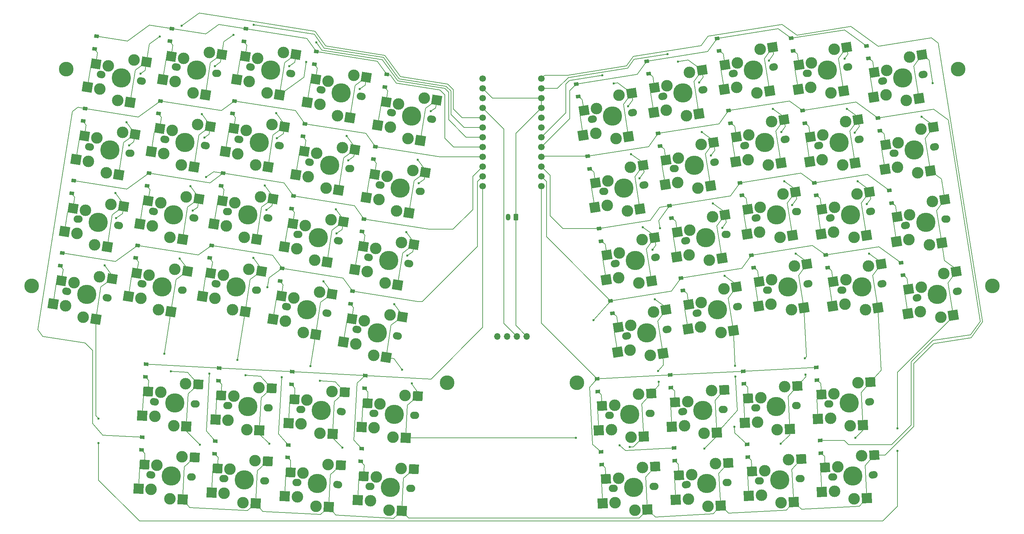
<source format=gbr>
%TF.GenerationSoftware,KiCad,Pcbnew,9.0.2-9.0.2-0~ubuntu24.04.1*%
%TF.CreationDate,2025-06-01T16:16:24+02:00*%
%TF.ProjectId,gandalf,67616e64-616c-4662-9e6b-696361645f70,v1.0.0*%
%TF.SameCoordinates,Original*%
%TF.FileFunction,Copper,L2,Bot*%
%TF.FilePolarity,Positive*%
%FSLAX46Y46*%
G04 Gerber Fmt 4.6, Leading zero omitted, Abs format (unit mm)*
G04 Created by KiCad (PCBNEW 9.0.2-9.0.2-0~ubuntu24.04.1) date 2025-06-01 16:16:24*
%MOMM*%
%LPD*%
G01*
G04 APERTURE LIST*
G04 Aperture macros list*
%AMRoundRect*
0 Rectangle with rounded corners*
0 $1 Rounding radius*
0 $2 $3 $4 $5 $6 $7 $8 $9 X,Y pos of 4 corners*
0 Add a 4 corners polygon primitive as box body*
4,1,4,$2,$3,$4,$5,$6,$7,$8,$9,$2,$3,0*
0 Add four circle primitives for the rounded corners*
1,1,$1+$1,$2,$3*
1,1,$1+$1,$4,$5*
1,1,$1+$1,$6,$7*
1,1,$1+$1,$8,$9*
0 Add four rect primitives between the rounded corners*
20,1,$1+$1,$2,$3,$4,$5,0*
20,1,$1+$1,$4,$5,$6,$7,0*
20,1,$1+$1,$6,$7,$8,$9,0*
20,1,$1+$1,$8,$9,$2,$3,0*%
%AMRotRect*
0 Rectangle, with rotation*
0 The origin of the aperture is its center*
0 $1 length*
0 $2 width*
0 $3 Rotation angle, in degrees counterclockwise*
0 Add horizontal line*
21,1,$1,$2,0,0,$3*%
G04 Aperture macros list end*
%TA.AperFunction,SMDPad,CuDef*%
%ADD10RotRect,0.900000X1.200000X279.000000*%
%TD*%
%TA.AperFunction,SMDPad,CuDef*%
%ADD11RotRect,0.900000X1.200000X261.000000*%
%TD*%
%TA.AperFunction,SMDPad,CuDef*%
%ADD12RotRect,0.900000X1.200000X267.000000*%
%TD*%
%TA.AperFunction,ComponentPad*%
%ADD13C,3.800000*%
%TD*%
%TA.AperFunction,SMDPad,CuDef*%
%ADD14RotRect,0.900000X1.200000X273.000000*%
%TD*%
%TA.AperFunction,ComponentPad*%
%ADD15C,1.700000*%
%TD*%
%TA.AperFunction,ComponentPad*%
%ADD16O,1.700000X1.700000*%
%TD*%
%TA.AperFunction,ComponentPad*%
%ADD17O,1.200000X1.750000*%
%TD*%
%TA.AperFunction,ComponentPad*%
%ADD18RoundRect,0.240000X-0.360000X-0.635000X0.360000X-0.635000X0.360000X0.635000X-0.360000X0.635000X0*%
%TD*%
%TA.AperFunction,SMDPad,CuDef*%
%ADD19RotRect,2.600000X2.600000X189.000000*%
%TD*%
%TA.AperFunction,SMDPad,CuDef*%
%ADD20RotRect,2.550000X2.500000X9.000000*%
%TD*%
%TA.AperFunction,ComponentPad*%
%ADD21C,1.900000*%
%TD*%
%TA.AperFunction,ComponentPad*%
%ADD22C,3.000000*%
%TD*%
%TA.AperFunction,ComponentPad*%
%ADD23C,5.000000*%
%TD*%
%TA.AperFunction,SMDPad,CuDef*%
%ADD24RotRect,2.600000X2.600000X171.000000*%
%TD*%
%TA.AperFunction,SMDPad,CuDef*%
%ADD25RotRect,2.550000X2.500000X351.000000*%
%TD*%
%TA.AperFunction,SMDPad,CuDef*%
%ADD26RotRect,2.600000X2.600000X177.000000*%
%TD*%
%TA.AperFunction,SMDPad,CuDef*%
%ADD27RotRect,2.550000X2.500000X357.000000*%
%TD*%
%TA.AperFunction,SMDPad,CuDef*%
%ADD28RotRect,2.600000X2.600000X183.000000*%
%TD*%
%TA.AperFunction,SMDPad,CuDef*%
%ADD29RotRect,2.550000X2.500000X3.000000*%
%TD*%
%TA.AperFunction,ViaPad*%
%ADD30C,0.600000*%
%TD*%
%TA.AperFunction,Conductor*%
%ADD31C,0.200000*%
%TD*%
G04 APERTURE END LIST*
D10*
%TO.P,D35,OUT*%
%TO.N,mirror_index_top*%
X231779473Y-71436408D03*
%TO.P,D35,IN*%
%TO.N,RTO*%
X231263239Y-68177036D03*
%TD*%
D11*
%TO.P,D2,OUT*%
%TO.N,pinky_home*%
X79009000Y-83721216D03*
%TO.P,D2,IN*%
%TO.N,LHO*%
X79525234Y-80461844D03*
%TD*%
%TO.P,D7,OUT*%
%TO.N,ring_top*%
X101529507Y-62988943D03*
%TO.P,D7,IN*%
%TO.N,LTO*%
X102045741Y-59729571D03*
%TD*%
%TO.P,D14,OUT*%
%TO.N,index_home*%
X136089402Y-87699536D03*
%TO.P,D14,IN*%
%TO.N,LHO*%
X136605636Y-84440164D03*
%TD*%
%TO.P,D17,OUT*%
%TO.N,inner_bottom*%
X151413924Y-112400934D03*
%TO.P,D17,IN*%
%TO.N,LBO*%
X151930158Y-109141562D03*
%TD*%
%TO.P,D12,OUT*%
%TO.N,middle_number*%
X123737142Y-44232060D03*
%TO.P,D12,IN*%
%TO.N,LNU*%
X124253376Y-40972688D03*
%TD*%
D10*
%TO.P,D39,OUT*%
%TO.N,mirror_inner_top*%
X213482699Y-77371728D03*
%TO.P,D39,IN*%
%TO.N,RTO*%
X212966465Y-74112356D03*
%TD*%
D12*
%TO.P,D42,OUT*%
%TO.N,first_upper*%
X98147963Y-131380504D03*
%TO.P,D42,IN*%
%TO.N,LUP*%
X98320671Y-128085028D03*
%TD*%
D10*
%TO.P,D36,OUT*%
%TO.N,mirror_index_number*%
X228807223Y-52670337D03*
%TO.P,D36,IN*%
%TO.N,RNU*%
X228290989Y-49410965D03*
%TD*%
%TO.P,D27,OUT*%
%TO.N,mirror_ring_top*%
X269311630Y-65491902D03*
%TO.P,D27,IN*%
%TO.N,RTO*%
X268795396Y-62232530D03*
%TD*%
%TO.P,D40,OUT*%
%TO.N,mirror_inner_number*%
X210510444Y-58605648D03*
%TO.P,D40,IN*%
%TO.N,RNU*%
X209994210Y-55346276D03*
%TD*%
D11*
%TO.P,D4,OUT*%
%TO.N,pinky_number*%
X84953506Y-46189053D03*
%TO.P,D4,IN*%
%TO.N,LNU*%
X85469740Y-42929681D03*
%TD*%
%TO.P,D10,OUT*%
%TO.N,middle_home*%
X117792633Y-81764218D03*
%TO.P,D10,IN*%
%TO.N,LHO*%
X118308867Y-78504846D03*
%TD*%
%TO.P,D6,OUT*%
%TO.N,ring_home*%
X98557253Y-81755028D03*
%TO.P,D6,IN*%
%TO.N,LHO*%
X99073487Y-78495656D03*
%TD*%
D13*
%TO.P,H1,*%
%TO.N,*%
X77540174Y-51444051D03*
%TD*%
D14*
%TO.P,D54,OUT*%
%TO.N,mirror_third_upper*%
X234570185Y-134206649D03*
%TO.P,D54,IN*%
%TO.N,RUP*%
X234397477Y-130911171D03*
%TD*%
D15*
%TO.P,MCU1,12*%
%TO.N,RUP*%
X200942077Y-81865994D03*
%TO.P,MCU1,13*%
%TO.N,LUP*%
X185702077Y-81865995D03*
%TO.P,MCU1,11*%
%TO.N,RBO*%
X200942077Y-79325997D03*
%TO.P,MCU1,14*%
%TO.N,LBO*%
X185702077Y-79325997D03*
%TO.P,MCU1,10*%
%TO.N,RHO*%
X200942077Y-76785995D03*
%TO.P,MCU1,15*%
%TO.N,LHO*%
X185702077Y-76785995D03*
%TO.P,MCU1,9*%
%TO.N,RTO*%
X200942077Y-74245995D03*
%TO.P,MCU1,16*%
%TO.N,LTO*%
X185702077Y-74245995D03*
%TO.P,MCU1,8*%
%TO.N,RNU*%
X200942077Y-71705995D03*
%TO.P,MCU1,17*%
%TO.N,LNU*%
X185702078Y-71705995D03*
%TO.P,MCU1,7*%
%TO.N,CIN*%
X200942077Y-69165995D03*
%TO.P,MCU1,18*%
%TO.N,CMI*%
X185702077Y-69165995D03*
%TO.P,MCU1,6*%
%TO.N,SCL*%
X200942077Y-66625995D03*
%TO.P,MCU1,19*%
%TO.N,CRN*%
X185702077Y-66625995D03*
%TO.P,MCU1,5*%
%TO.N,SDA*%
X200942077Y-64085995D03*
%TO.P,MCU1,20*%
%TO.N,CPN*%
X185702077Y-64085995D03*
%TO.P,MCU1,4*%
%TO.N,GND*%
X200942076Y-61545995D03*
%TO.P,MCU1,21*%
%TO.N,VCC*%
X185702077Y-61545995D03*
%TO.P,MCU1,3*%
%TO.N,GND*%
X200942077Y-59005995D03*
%TO.P,MCU1,22*%
%TO.N,RST*%
X185702077Y-59005995D03*
%TO.P,MCU1,2*%
%TO.N,CID*%
X200942077Y-56465995D03*
%TO.P,MCU1,23*%
%TO.N,GND*%
X185702077Y-56465995D03*
%TO.P,MCU1,1*%
%TO.N,CLO*%
X200942077Y-53925993D03*
%TO.P,MCU1,24*%
%TO.N,RAW*%
X185702077Y-53925993D03*
%TD*%
D13*
%TO.P,H3,*%
%TO.N,*%
X68623409Y-107742294D03*
%TD*%
D10*
%TO.P,D37,OUT*%
%TO.N,mirror_inner_bottom*%
X219427210Y-114903881D03*
%TO.P,D37,IN*%
%TO.N,RBO*%
X218910976Y-111644509D03*
%TD*%
D11*
%TO.P,D1,OUT*%
%TO.N,pinky_bottom*%
X76036743Y-102487287D03*
%TO.P,D1,IN*%
%TO.N,LBO*%
X76552977Y-99227915D03*
%TD*%
%TO.P,D11,OUT*%
%TO.N,middle_top*%
X120764887Y-62998135D03*
%TO.P,D11,IN*%
%TO.N,LTO*%
X121281121Y-59738763D03*
%TD*%
D10*
%TO.P,D33,OUT*%
%TO.N,mirror_index_bottom*%
X237723985Y-108968565D03*
%TO.P,D33,IN*%
%TO.N,RBO*%
X237207751Y-105709193D03*
%TD*%
D11*
%TO.P,D19,OUT*%
%TO.N,inner_top*%
X157358439Y-74868773D03*
%TO.P,D19,IN*%
%TO.N,LTO*%
X157874673Y-71609401D03*
%TD*%
D10*
%TO.P,D26,OUT*%
%TO.N,mirror_ring_home*%
X272283884Y-84257978D03*
%TO.P,D26,IN*%
%TO.N,RHO*%
X271767650Y-80998606D03*
%TD*%
%TO.P,D23,OUT*%
%TO.N,mirror_pinky_top*%
X288859884Y-67458082D03*
%TO.P,D23,IN*%
%TO.N,RTO*%
X288343650Y-64198710D03*
%TD*%
%TO.P,D32,OUT*%
%TO.N,mirror_middle_number*%
X247103996Y-46735008D03*
%TO.P,D32,IN*%
%TO.N,RNU*%
X246587762Y-43475636D03*
%TD*%
%TO.P,D30,OUT*%
%TO.N,mirror_middle_home*%
X253048503Y-84267164D03*
%TO.P,D30,IN*%
%TO.N,RHO*%
X252532269Y-81007792D03*
%TD*%
D12*
%TO.P,D45,OUT*%
%TO.N,third_lower*%
X135101510Y-152343231D03*
%TO.P,D45,IN*%
%TO.N,LBO*%
X135274218Y-149047755D03*
%TD*%
D13*
%TO.P,H6,*%
%TO.N,*%
X210132652Y-132929799D03*
%TD*%
D11*
%TO.P,D5,OUT*%
%TO.N,ring_bottom*%
X95584992Y-100521110D03*
%TO.P,D5,IN*%
%TO.N,LBO*%
X96101226Y-97261738D03*
%TD*%
%TO.P,D8,OUT*%
%TO.N,ring_number*%
X104501761Y-44222870D03*
%TO.P,D8,IN*%
%TO.N,LNU*%
X105017995Y-40963498D03*
%TD*%
D10*
%TO.P,D24,OUT*%
%TO.N,mirror_pinky_number*%
X285887633Y-48692003D03*
%TO.P,D24,IN*%
%TO.N,RNU*%
X285371399Y-45432631D03*
%TD*%
D12*
%TO.P,D44,OUT*%
%TO.N,second_upper*%
X117121932Y-132374887D03*
%TO.P,D44,IN*%
%TO.N,LUP*%
X117294640Y-129079411D03*
%TD*%
D10*
%TO.P,D28,OUT*%
%TO.N,mirror_ring_number*%
X266339371Y-46725822D03*
%TO.P,D28,IN*%
%TO.N,RNU*%
X265823137Y-43466450D03*
%TD*%
%TO.P,D21,OUT*%
%TO.N,mirror_pinky_bottom*%
X294804394Y-104990248D03*
%TO.P,D21,IN*%
%TO.N,RBO*%
X294288160Y-101730876D03*
%TD*%
D11*
%TO.P,D9,OUT*%
%TO.N,middle_bottom*%
X114820376Y-100530295D03*
%TO.P,D9,IN*%
%TO.N,LBO*%
X115336610Y-97270923D03*
%TD*%
%TO.P,D3,OUT*%
%TO.N,pinky_top*%
X81981253Y-64955134D03*
%TO.P,D3,IN*%
%TO.N,LTO*%
X82497487Y-61695762D03*
%TD*%
D10*
%TO.P,D34,OUT*%
%TO.N,mirror_index_home*%
X234751731Y-90202485D03*
%TO.P,D34,IN*%
%TO.N,RHO*%
X234235497Y-86943113D03*
%TD*%
D12*
%TO.P,D43,OUT*%
%TO.N,second_lower*%
X116127546Y-151348850D03*
%TO.P,D43,IN*%
%TO.N,LHO*%
X116300254Y-148053374D03*
%TD*%
%TO.P,D41,OUT*%
%TO.N,first_lower*%
X97153588Y-150354470D03*
%TO.P,D41,IN*%
%TO.N,LTO*%
X97326296Y-147058994D03*
%TD*%
D11*
%TO.P,D18,OUT*%
%TO.N,inner_home*%
X154386181Y-93634858D03*
%TO.P,D18,IN*%
%TO.N,LHO*%
X154902415Y-90375486D03*
%TD*%
D10*
%TO.P,D29,OUT*%
%TO.N,mirror_middle_bottom*%
X256020763Y-103033241D03*
%TO.P,D29,IN*%
%TO.N,RBO*%
X255504529Y-99773869D03*
%TD*%
%TO.P,D22,OUT*%
%TO.N,mirror_pinky_home*%
X291832141Y-86224161D03*
%TO.P,D22,IN*%
%TO.N,RHO*%
X291315907Y-82964789D03*
%TD*%
D12*
%TO.P,D46,OUT*%
%TO.N,third_upper*%
X136095889Y-133369278D03*
%TO.P,D46,IN*%
%TO.N,LUP*%
X136268597Y-130073802D03*
%TD*%
%TO.P,D47,OUT*%
%TO.N,fourth_lower*%
X154075467Y-153337613D03*
%TO.P,D47,IN*%
%TO.N,LUP*%
X154248175Y-150042137D03*
%TD*%
D10*
%TO.P,D38,OUT*%
%TO.N,mirror_inner_home*%
X216454948Y-96137805D03*
%TO.P,D38,IN*%
%TO.N,RHO*%
X215938714Y-92878433D03*
%TD*%
D16*
%TO.P,DISP1,4*%
%TO.N,GND*%
X197132074Y-120858148D03*
%TO.P,DISP1,3*%
%TO.N,VCC*%
X194592074Y-120858150D03*
%TO.P,DISP1,2*%
%TO.N,SCL*%
X192052074Y-120858150D03*
%TO.P,DISP1,1*%
%TO.N,SDA*%
X189512074Y-120858148D03*
%TD*%
D13*
%TO.P,H2,*%
%TO.N,*%
X309103977Y-51444049D03*
%TD*%
D11*
%TO.P,D13,OUT*%
%TO.N,index_bottom*%
X133117159Y-106465617D03*
%TO.P,D13,IN*%
%TO.N,LBO*%
X133633393Y-103206245D03*
%TD*%
D12*
%TO.P,D48,OUT*%
%TO.N,fourth_upper*%
X155069853Y-134363658D03*
%TO.P,D48,IN*%
%TO.N,LUP*%
X155242561Y-131068182D03*
%TD*%
D14*
%TO.P,D55,OUT*%
%TO.N,mirror_fourth_lower*%
X216590608Y-154174988D03*
%TO.P,D55,IN*%
%TO.N,RUP*%
X216417900Y-150879510D03*
%TD*%
%TO.P,D51,OUT*%
%TO.N,mirror_second_lower*%
X254538525Y-152186224D03*
%TO.P,D51,IN*%
%TO.N,RHO*%
X254365817Y-148890746D03*
%TD*%
D17*
%TO.P,JST1,2*%
%TO.N,BAT_P*%
X192322071Y-89873309D03*
D18*
%TO.P,JST1,1*%
%TO.N,GND*%
X194322071Y-89873309D03*
%TD*%
D13*
%TO.P,H4,*%
%TO.N,*%
X318020734Y-107742287D03*
%TD*%
%TO.P,H5,*%
%TO.N,*%
X176511493Y-132929800D03*
%TD*%
D14*
%TO.P,D53,OUT*%
%TO.N,mirror_third_lower*%
X235564569Y-153180606D03*
%TO.P,D53,IN*%
%TO.N,RBO*%
X235391861Y-149885128D03*
%TD*%
%TO.P,D52,OUT*%
%TO.N,mirror_second_upper*%
X253544144Y-133212268D03*
%TO.P,D52,IN*%
%TO.N,RUP*%
X253371436Y-129916790D03*
%TD*%
%TO.P,D50,OUT*%
%TO.N,mirror_first_upper*%
X272518105Y-132217880D03*
%TO.P,D50,IN*%
%TO.N,RUP*%
X272345397Y-128922402D03*
%TD*%
D11*
%TO.P,D20,OUT*%
%TO.N,inner_number*%
X160330693Y-56102698D03*
%TO.P,D20,IN*%
%TO.N,LNU*%
X160846927Y-52843326D03*
%TD*%
D10*
%TO.P,D31,OUT*%
%TO.N,mirror_middle_top*%
X250076248Y-65501089D03*
%TO.P,D31,IN*%
%TO.N,RTO*%
X249560014Y-62241717D03*
%TD*%
D11*
%TO.P,D15,OUT*%
%TO.N,index_top*%
X139061661Y-68933460D03*
%TO.P,D15,IN*%
%TO.N,LTO*%
X139577895Y-65674088D03*
%TD*%
%TO.P,D16,OUT*%
%TO.N,index_number*%
X142033914Y-50167381D03*
%TO.P,D16,IN*%
%TO.N,LNU*%
X142550148Y-46908009D03*
%TD*%
D14*
%TO.P,D49,OUT*%
%TO.N,mirror_first_lower*%
X273512488Y-151191842D03*
%TO.P,D49,IN*%
%TO.N,RTO*%
X273339780Y-147896364D03*
%TD*%
D10*
%TO.P,D25,OUT*%
%TO.N,mirror_ring_bottom*%
X275256139Y-103024057D03*
%TO.P,D25,IN*%
%TO.N,RBO*%
X274739905Y-99764685D03*
%TD*%
D14*
%TO.P,D56,OUT*%
%TO.N,mirror_fourth_upper*%
X215596229Y-135201028D03*
%TO.P,D56,IN*%
%TO.N,RUP*%
X215423521Y-131905550D03*
%TD*%
D19*
%TO.P,S31,OUT*%
%TO.N,mirror_middle_top*%
X251384623Y-75519759D03*
D20*
X251576000Y-69121043D03*
D19*
%TO.P,S31,IN*%
%TO.N,CMI*%
X263136580Y-75885856D03*
D20*
X263946503Y-64590087D03*
D21*
%TO.P,S31,*%
%TO.N,*%
X253538829Y-71381823D03*
X253953659Y-71316120D03*
D22*
X254619303Y-75007438D03*
X254810679Y-68608721D03*
X259901901Y-76398179D03*
D23*
X258971115Y-70521434D03*
D22*
X260685157Y-65106633D03*
D21*
X263988571Y-69726748D03*
X264403401Y-69661045D03*
%TD*%
D24*
%TO.P,S16,OUT*%
%TO.N,index_number*%
X140182312Y-60100013D03*
D25*
X142341634Y-54073611D03*
D24*
%TO.P,S16,IN*%
%TO.N,CID*%
X151245956Y-64079745D03*
D25*
X155506825Y-53587114D03*
D21*
%TO.P,S16,*%
%TO.N,*%
X143509777Y-56830288D03*
X143924606Y-56895992D03*
D22*
X143416991Y-60612337D03*
X145576313Y-54585934D03*
X148011277Y-63567423D03*
D23*
X148942062Y-57690678D03*
D22*
X152245477Y-53070565D03*
D21*
X153959518Y-58485364D03*
X154374347Y-58551068D03*
%TD*%
D24*
%TO.P,S15,OUT*%
%TO.N,index_top*%
X137210059Y-78866089D03*
D25*
X139369381Y-72839687D03*
D24*
%TO.P,S15,IN*%
%TO.N,CID*%
X148273703Y-82845821D03*
D25*
X152534572Y-72353190D03*
D21*
%TO.P,S15,*%
%TO.N,*%
X140537524Y-75596364D03*
X140952353Y-75662068D03*
D22*
X140444738Y-79378413D03*
X142604060Y-73352010D03*
X145039024Y-82333499D03*
D23*
X145969809Y-76456754D03*
D22*
X149273224Y-71836641D03*
D21*
X150987265Y-77251440D03*
X151402094Y-77317144D03*
%TD*%
D24*
%TO.P,S14,OUT*%
%TO.N,index_home*%
X134237804Y-97632172D03*
D25*
X136397126Y-91605770D03*
D24*
%TO.P,S14,IN*%
%TO.N,CID*%
X145301448Y-101611904D03*
D25*
X149562317Y-91119273D03*
D21*
%TO.P,S14,*%
%TO.N,*%
X137565269Y-94362447D03*
X137980098Y-94428151D03*
D22*
X137472483Y-98144496D03*
X139631805Y-92118093D03*
X142066769Y-101099582D03*
D23*
X142997554Y-95222837D03*
D22*
X146300969Y-90602724D03*
D21*
X148015010Y-96017523D03*
X148429839Y-96083227D03*
%TD*%
D24*
%TO.P,S13,OUT*%
%TO.N,index_bottom*%
X131265546Y-116398244D03*
D25*
X133424868Y-110371842D03*
D24*
%TO.P,S13,IN*%
%TO.N,CID*%
X142329190Y-120377976D03*
D25*
X146590059Y-109885345D03*
D21*
%TO.P,S13,*%
%TO.N,*%
X134593011Y-113128519D03*
X135007840Y-113194223D03*
D22*
X134500225Y-116910568D03*
X136659547Y-110884165D03*
X139094511Y-119865654D03*
D23*
X140025296Y-113988909D03*
D22*
X143328711Y-109368796D03*
D21*
X145042752Y-114783595D03*
X145457581Y-114849299D03*
%TD*%
D24*
%TO.P,S12,OUT*%
%TO.N,middle_number*%
X121885534Y-54164695D03*
D25*
X124044856Y-48138293D03*
D24*
%TO.P,S12,IN*%
%TO.N,CMI*%
X132949178Y-58144427D03*
D25*
X137210047Y-47651796D03*
D21*
%TO.P,S12,*%
%TO.N,*%
X125212999Y-50894970D03*
X125627828Y-50960674D03*
D22*
X125120213Y-54677019D03*
X127279535Y-48650616D03*
X129714499Y-57632105D03*
D23*
X130645284Y-51755360D03*
D22*
X133948699Y-47135247D03*
D21*
X135662740Y-52550046D03*
X136077569Y-52615750D03*
%TD*%
D24*
%TO.P,S11,OUT*%
%TO.N,middle_top*%
X118913281Y-72930768D03*
D25*
X121072603Y-66904366D03*
D24*
%TO.P,S11,IN*%
%TO.N,CMI*%
X129976925Y-76910500D03*
D25*
X134237794Y-66417869D03*
D21*
%TO.P,S11,*%
%TO.N,*%
X122240746Y-69661043D03*
X122655575Y-69726747D03*
D22*
X122147960Y-73443092D03*
X124307282Y-67416689D03*
X126742246Y-76398178D03*
D23*
X127673031Y-70521433D03*
D22*
X130976446Y-65901320D03*
D21*
X132690487Y-71316119D03*
X133105316Y-71381823D03*
%TD*%
D24*
%TO.P,S10,OUT*%
%TO.N,middle_home*%
X115941031Y-91696852D03*
D25*
X118100353Y-85670450D03*
D24*
%TO.P,S10,IN*%
%TO.N,CMI*%
X127004675Y-95676584D03*
D25*
X131265544Y-85183953D03*
D21*
%TO.P,S10,*%
%TO.N,*%
X119268496Y-88427127D03*
X119683325Y-88492831D03*
D22*
X119175710Y-92209176D03*
X121335032Y-86182773D03*
X123769996Y-95164262D03*
D23*
X124700781Y-89287517D03*
D22*
X128004196Y-84667404D03*
D21*
X129718237Y-90082203D03*
X130133066Y-90147907D03*
%TD*%
D24*
%TO.P,S9,OUT*%
%TO.N,middle_bottom*%
X112968774Y-110462926D03*
D25*
X115128096Y-104436524D03*
D24*
%TO.P,S9,IN*%
%TO.N,CMI*%
X124032418Y-114442658D03*
D25*
X128293287Y-103950027D03*
D21*
%TO.P,S9,*%
%TO.N,*%
X116296239Y-107193201D03*
X116711068Y-107258905D03*
D22*
X116203453Y-110975250D03*
X118362775Y-104948847D03*
X120797739Y-113930336D03*
D23*
X121728524Y-108053591D03*
D22*
X125031939Y-103433478D03*
D21*
X126745980Y-108848277D03*
X127160809Y-108913981D03*
%TD*%
D26*
%TO.P,S46,OUT*%
%TO.N,third_upper*%
X135292678Y-143441040D03*
D27*
X136810240Y-137221935D03*
D26*
%TO.P,S46,IN*%
%TO.N,CID*%
X146711710Y-146242505D03*
D27*
X149852457Y-135361968D03*
D21*
%TO.P,S46,*%
%TO.N,*%
X138260135Y-139841411D03*
X138679559Y-139863392D03*
D22*
X138563189Y-143612441D03*
X140080751Y-137393339D03*
X143441198Y-146071105D03*
D23*
X143752597Y-140129259D03*
D22*
X146554983Y-135189154D03*
D21*
X148825635Y-140395126D03*
X149245059Y-140417107D03*
%TD*%
D26*
%TO.P,S44,OUT*%
%TO.N,second_upper*%
X116318721Y-142446657D03*
D27*
X117836283Y-136227552D03*
D26*
%TO.P,S44,IN*%
%TO.N,CMI*%
X127737753Y-145248122D03*
D27*
X130878500Y-134367585D03*
D21*
%TO.P,S44,*%
%TO.N,*%
X119286178Y-138847028D03*
X119705602Y-138869009D03*
D22*
X119589232Y-142618058D03*
X121106794Y-136398956D03*
X124467241Y-145076722D03*
D23*
X124778640Y-139134876D03*
D22*
X127581026Y-134194771D03*
D21*
X129851678Y-139400743D03*
X130271102Y-139422724D03*
%TD*%
D28*
%TO.P,S50,OUT*%
%TO.N,mirror_first_upper*%
X272772077Y-142318431D03*
D29*
X273631253Y-135974772D03*
D28*
%TO.P,S50,IN*%
%TO.N,CRN*%
X284421388Y-143910936D03*
D29*
X286407604Y-132761705D03*
D21*
%TO.P,S50,*%
%TO.N,*%
X275347015Y-138428338D03*
X275766439Y-138406357D03*
D22*
X276042589Y-142147030D03*
X276901765Y-135803371D03*
X281150877Y-144082332D03*
D23*
X280839477Y-138140490D03*
D22*
X283110130Y-132934518D03*
D21*
X285912515Y-137874623D03*
X286331939Y-137852642D03*
%TD*%
D26*
%TO.P,S43,OUT*%
%TO.N,second_lower*%
X115324326Y-161420614D03*
D27*
X116841888Y-155201509D03*
D26*
%TO.P,S43,IN*%
%TO.N,CLO*%
X126743358Y-164222079D03*
D27*
X129884105Y-153341542D03*
D21*
%TO.P,S43,*%
%TO.N,*%
X118291783Y-157820985D03*
X118711207Y-157842966D03*
D22*
X118594837Y-161592015D03*
X120112399Y-155372913D03*
X123472846Y-164050679D03*
D23*
X123784245Y-158108833D03*
D22*
X126586631Y-153168728D03*
D21*
X128857283Y-158374700D03*
X129276707Y-158396681D03*
%TD*%
D19*
%TO.P,S30,OUT*%
%TO.N,mirror_middle_home*%
X254356876Y-94285835D03*
D20*
X254548253Y-87887119D03*
D19*
%TO.P,S30,IN*%
%TO.N,CMI*%
X266108833Y-94651932D03*
D20*
X266918756Y-83356163D03*
D21*
%TO.P,S30,*%
%TO.N,*%
X256511082Y-90147899D03*
X256925912Y-90082196D03*
D22*
X257591556Y-93773514D03*
X257782932Y-87374797D03*
X262874154Y-95164255D03*
D23*
X261943368Y-89287510D03*
D22*
X263657410Y-83872709D03*
D21*
X266960824Y-88492824D03*
X267375654Y-88427121D03*
%TD*%
D19*
%TO.P,S29,OUT*%
%TO.N,mirror_middle_bottom*%
X257329134Y-113051911D03*
D20*
X257520511Y-106653195D03*
D19*
%TO.P,S29,IN*%
%TO.N,CMI*%
X269081091Y-113418008D03*
D20*
X269891014Y-102122239D03*
D21*
%TO.P,S29,*%
%TO.N,*%
X259483340Y-108913975D03*
X259898170Y-108848272D03*
D22*
X260563814Y-112539590D03*
X260755190Y-106140873D03*
X265846412Y-113930331D03*
D23*
X264915626Y-108053586D03*
D22*
X266629668Y-102638785D03*
D21*
X269933082Y-107258900D03*
X270347912Y-107193197D03*
%TD*%
D19*
%TO.P,S28,OUT*%
%TO.N,mirror_ring_number*%
X267647749Y-56744490D03*
D20*
X267839126Y-50345774D03*
D19*
%TO.P,S28,IN*%
%TO.N,CRN*%
X279399706Y-57110587D03*
D20*
X280209629Y-45814818D03*
D21*
%TO.P,S28,*%
%TO.N,*%
X269801955Y-52606554D03*
X270216785Y-52540851D03*
D22*
X270882429Y-56232169D03*
X271073805Y-49833452D03*
X276165027Y-57622910D03*
D23*
X275234241Y-51746165D03*
D22*
X276948283Y-46331364D03*
D21*
X280251697Y-50951479D03*
X280666527Y-50885776D03*
%TD*%
D19*
%TO.P,S27,OUT*%
%TO.N,mirror_ring_top*%
X270620005Y-75510566D03*
D20*
X270811382Y-69111850D03*
D19*
%TO.P,S27,IN*%
%TO.N,CRN*%
X282371962Y-75876663D03*
D20*
X283181885Y-64580894D03*
D21*
%TO.P,S27,*%
%TO.N,*%
X272774211Y-71372630D03*
X273189041Y-71306927D03*
D22*
X273854685Y-74998245D03*
X274046061Y-68599528D03*
X279137283Y-76388986D03*
D23*
X278206497Y-70512241D03*
D22*
X279920539Y-65097440D03*
D21*
X283223953Y-69717555D03*
X283638783Y-69651852D03*
%TD*%
D19*
%TO.P,S23,OUT*%
%TO.N,mirror_pinky_top*%
X290168253Y-77476758D03*
D20*
X290359630Y-71078042D03*
D19*
%TO.P,S23,IN*%
%TO.N,CPN*%
X301920210Y-77842855D03*
D20*
X302730133Y-66547086D03*
D21*
%TO.P,S23,*%
%TO.N,*%
X292322459Y-73338822D03*
X292737289Y-73273119D03*
D22*
X293402933Y-76964437D03*
X293594309Y-70565720D03*
X298685531Y-78355178D03*
D23*
X297754745Y-72478433D03*
D22*
X299468787Y-67063632D03*
D21*
X302772201Y-71683747D03*
X303187031Y-71618044D03*
%TD*%
D19*
%TO.P,S39,OUT*%
%TO.N,mirror_inner_top*%
X214791075Y-87390403D03*
D20*
X214982452Y-80991687D03*
D19*
%TO.P,S39,IN*%
%TO.N,CIN*%
X226543032Y-87756500D03*
D20*
X227352955Y-76460731D03*
D21*
%TO.P,S39,*%
%TO.N,*%
X216945281Y-83252467D03*
X217360111Y-83186764D03*
D22*
X218025755Y-86878082D03*
X218217131Y-80479365D03*
X223308353Y-88268823D03*
D23*
X222377567Y-82392078D03*
D22*
X224091609Y-76977277D03*
D21*
X227395023Y-81597392D03*
X227809853Y-81531689D03*
%TD*%
D24*
%TO.P,S8,OUT*%
%TO.N,ring_number*%
X102650159Y-54155498D03*
D25*
X104809481Y-48129096D03*
D24*
%TO.P,S8,IN*%
%TO.N,CRN*%
X113713803Y-58135230D03*
D25*
X117974672Y-47642599D03*
D21*
%TO.P,S8,*%
%TO.N,*%
X105977624Y-50885773D03*
X106392453Y-50951477D03*
D22*
X105884838Y-54667822D03*
X108044160Y-48641419D03*
X110479124Y-57622908D03*
D23*
X111409909Y-51746163D03*
D22*
X114713324Y-47126050D03*
D21*
X116427365Y-52540849D03*
X116842194Y-52606553D03*
%TD*%
D28*
%TO.P,S49,OUT*%
%TO.N,mirror_first_lower*%
X273766466Y-161292396D03*
D29*
X274625642Y-154948737D03*
D28*
%TO.P,S49,IN*%
%TO.N,CLO*%
X285415777Y-162884901D03*
D29*
X287401993Y-151735670D03*
D21*
%TO.P,S49,*%
%TO.N,*%
X276341404Y-157402303D03*
X276760828Y-157380322D03*
D22*
X277036978Y-161120995D03*
X277896154Y-154777336D03*
X282145266Y-163056297D03*
D23*
X281833866Y-157114455D03*
D22*
X284104519Y-151908483D03*
D21*
X286906904Y-156848588D03*
X287326328Y-156826607D03*
%TD*%
D28*
%TO.P,S56,OUT*%
%TO.N,mirror_fourth_upper*%
X215850199Y-145301577D03*
D29*
X216709375Y-138957918D03*
D28*
%TO.P,S56,IN*%
%TO.N,CIN*%
X227499510Y-146894082D03*
D29*
X229485726Y-135744851D03*
D21*
%TO.P,S56,*%
%TO.N,*%
X218425137Y-141411484D03*
X218844561Y-141389503D03*
D22*
X219120711Y-145130176D03*
X219979887Y-138786517D03*
X224228999Y-147065478D03*
D23*
X223917599Y-141123636D03*
D22*
X226188252Y-135917664D03*
D21*
X228990637Y-140857769D03*
X229410061Y-140835788D03*
%TD*%
D24*
%TO.P,S7,OUT*%
%TO.N,ring_top*%
X99677901Y-72921576D03*
D25*
X101837223Y-66895174D03*
D24*
%TO.P,S7,IN*%
%TO.N,CRN*%
X110741545Y-76901308D03*
D25*
X115002414Y-66408677D03*
D21*
%TO.P,S7,*%
%TO.N,*%
X103005366Y-69651851D03*
X103420195Y-69717555D03*
D22*
X102912580Y-73433900D03*
X105071902Y-67407497D03*
X107506866Y-76388986D03*
D23*
X108437651Y-70512241D03*
D22*
X111741066Y-65892128D03*
D21*
X113455107Y-71306927D03*
X113869936Y-71372631D03*
%TD*%
D24*
%TO.P,S6,OUT*%
%TO.N,ring_home*%
X96705649Y-91687649D03*
D25*
X98864971Y-85661247D03*
D24*
%TO.P,S6,IN*%
%TO.N,CRN*%
X107769293Y-95667381D03*
D25*
X112030162Y-85174750D03*
D21*
%TO.P,S6,*%
%TO.N,*%
X100033114Y-88417924D03*
X100447943Y-88483628D03*
D22*
X99940328Y-92199973D03*
X102099650Y-86173570D03*
X104534614Y-95155059D03*
D23*
X105465399Y-89278314D03*
D22*
X108768814Y-84658201D03*
D21*
X110482855Y-90073000D03*
X110897684Y-90138704D03*
%TD*%
D24*
%TO.P,S5,OUT*%
%TO.N,ring_bottom*%
X93733393Y-110453736D03*
D25*
X95892715Y-104427334D03*
D24*
%TO.P,S5,IN*%
%TO.N,CRN*%
X104797037Y-114433468D03*
D25*
X109057906Y-103940837D03*
D21*
%TO.P,S5,*%
%TO.N,*%
X97060858Y-107184011D03*
X97475687Y-107249715D03*
D22*
X96968072Y-110966060D03*
X99127394Y-104939657D03*
X101562358Y-113921146D03*
D23*
X102493143Y-108044401D03*
D22*
X105796558Y-103424288D03*
D21*
X107510599Y-108839087D03*
X107925428Y-108904791D03*
%TD*%
D24*
%TO.P,S4,OUT*%
%TO.N,pinky_number*%
X83101907Y-56121686D03*
D25*
X85261229Y-50095284D03*
D24*
%TO.P,S4,IN*%
%TO.N,CPN*%
X94165551Y-60101418D03*
D25*
X98426420Y-49608787D03*
D21*
%TO.P,S4,*%
%TO.N,*%
X86429372Y-52851961D03*
X86844201Y-52917665D03*
D22*
X86336586Y-56634010D03*
X88495908Y-50607607D03*
X90930872Y-59589096D03*
D23*
X91861657Y-53712351D03*
D22*
X95165072Y-49092238D03*
D21*
X96879113Y-54507037D03*
X97293942Y-54572741D03*
%TD*%
D28*
%TO.P,S55,OUT*%
%TO.N,mirror_fourth_lower*%
X216844580Y-164275540D03*
D29*
X217703756Y-157931881D03*
D28*
%TO.P,S55,IN*%
%TO.N,CLO*%
X228493891Y-165868045D03*
D29*
X230480107Y-154718814D03*
D21*
%TO.P,S55,*%
%TO.N,*%
X219419518Y-160385447D03*
X219838942Y-160363466D03*
D22*
X220115092Y-164104139D03*
X220974268Y-157760480D03*
X225223380Y-166039441D03*
D23*
X224911980Y-160097599D03*
D22*
X227182633Y-154891627D03*
D21*
X229985018Y-159831732D03*
X230404442Y-159809751D03*
%TD*%
D19*
%TO.P,S26,OUT*%
%TO.N,mirror_ring_home*%
X273592259Y-94276645D03*
D20*
X273783636Y-87877929D03*
D19*
%TO.P,S26,IN*%
%TO.N,CRN*%
X285344216Y-94642742D03*
D20*
X286154139Y-83346973D03*
D21*
%TO.P,S26,*%
%TO.N,*%
X275746465Y-90138709D03*
X276161295Y-90073006D03*
D22*
X276826939Y-93764324D03*
X277018315Y-87365607D03*
X282109537Y-95155065D03*
D23*
X281178751Y-89278320D03*
D22*
X282892793Y-83863519D03*
D21*
X286196207Y-88483634D03*
X286611037Y-88417931D03*
%TD*%
D24*
%TO.P,S3,OUT*%
%TO.N,pinky_top*%
X80129646Y-74887770D03*
D25*
X82288968Y-68861368D03*
D24*
%TO.P,S3,IN*%
%TO.N,CPN*%
X91193290Y-78867502D03*
D25*
X95454159Y-68374871D03*
D21*
%TO.P,S3,*%
%TO.N,*%
X83457111Y-71618045D03*
X83871940Y-71683749D03*
D22*
X83364325Y-75400094D03*
X85523647Y-69373691D03*
X87958611Y-78355180D03*
D23*
X88889396Y-72478435D03*
D22*
X92192811Y-67858322D03*
D21*
X93906852Y-73273121D03*
X94321681Y-73338825D03*
%TD*%
D24*
%TO.P,S2,OUT*%
%TO.N,pinky_home*%
X77157392Y-93653849D03*
D25*
X79316714Y-87627447D03*
D24*
%TO.P,S2,IN*%
%TO.N,CPN*%
X88221036Y-97633581D03*
D25*
X92481905Y-87140950D03*
D21*
%TO.P,S2,*%
%TO.N,*%
X80484857Y-90384124D03*
X80899686Y-90449828D03*
D22*
X80392071Y-94166173D03*
X82551393Y-88139770D03*
X84986357Y-97121259D03*
D23*
X85917142Y-91244514D03*
D22*
X89220557Y-86624401D03*
D21*
X90934598Y-92039200D03*
X91349427Y-92104904D03*
%TD*%
D24*
%TO.P,S1,OUT*%
%TO.N,pinky_bottom*%
X74185138Y-112419918D03*
D25*
X76344460Y-106393516D03*
D24*
%TO.P,S1,IN*%
%TO.N,CPN*%
X85248782Y-116399650D03*
D25*
X89509651Y-105907019D03*
D21*
%TO.P,S1,*%
%TO.N,*%
X77512603Y-109150193D03*
X77927432Y-109215897D03*
D22*
X77419817Y-112932242D03*
X79579139Y-106905839D03*
X82014103Y-115887328D03*
D23*
X82944888Y-110010583D03*
D22*
X86248303Y-105390470D03*
D21*
X87962344Y-110805269D03*
X88377173Y-110870973D03*
%TD*%
D19*
%TO.P,S25,OUT*%
%TO.N,mirror_ring_bottom*%
X276564516Y-113042727D03*
D20*
X276755893Y-106644011D03*
D19*
%TO.P,S25,IN*%
%TO.N,CRN*%
X288316473Y-113408824D03*
D20*
X289126396Y-102113055D03*
D21*
%TO.P,S25,*%
%TO.N,*%
X278718722Y-108904791D03*
X279133552Y-108839088D03*
D22*
X279799196Y-112530406D03*
X279990572Y-106131689D03*
X285081794Y-113921147D03*
D23*
X284151008Y-108044402D03*
D22*
X285865050Y-102629601D03*
D21*
X289168464Y-107249716D03*
X289583294Y-107184013D03*
%TD*%
D19*
%TO.P,S24,OUT*%
%TO.N,mirror_pinky_number*%
X287196001Y-58710675D03*
D20*
X287387378Y-52311959D03*
D19*
%TO.P,S24,IN*%
%TO.N,CPN*%
X298947958Y-59076772D03*
D20*
X299757881Y-47781003D03*
D21*
%TO.P,S24,*%
%TO.N,*%
X289350207Y-54572739D03*
X289765037Y-54507036D03*
D22*
X290430681Y-58198354D03*
X290622057Y-51799637D03*
X295713279Y-59589095D03*
D23*
X294782493Y-53712350D03*
D22*
X296496535Y-48297549D03*
D21*
X299799949Y-52917664D03*
X300214779Y-52851961D03*
%TD*%
D19*
%TO.P,S22,OUT*%
%TO.N,mirror_pinky_home*%
X293140515Y-96242838D03*
D20*
X293331892Y-89844122D03*
D19*
%TO.P,S22,IN*%
%TO.N,CPN*%
X304892472Y-96608935D03*
D20*
X305702395Y-85313166D03*
D21*
%TO.P,S22,*%
%TO.N,*%
X295294721Y-92104902D03*
X295709551Y-92039199D03*
D22*
X296375195Y-95730517D03*
X296566571Y-89331800D03*
X301657793Y-97121258D03*
D23*
X300727007Y-91244513D03*
D22*
X302441049Y-85829712D03*
D21*
X305744463Y-90449827D03*
X306159293Y-90384124D03*
%TD*%
D19*
%TO.P,S21,OUT*%
%TO.N,mirror_pinky_bottom*%
X296112768Y-115008913D03*
D20*
X296304145Y-108610197D03*
D19*
%TO.P,S21,IN*%
%TO.N,CPN*%
X307864725Y-115375010D03*
D20*
X308674648Y-104079241D03*
D21*
%TO.P,S21,*%
%TO.N,*%
X298266974Y-110870977D03*
X298681804Y-110805274D03*
D22*
X299347448Y-114496592D03*
X299538824Y-108097875D03*
X304630046Y-115887333D03*
D23*
X303699260Y-110010588D03*
D22*
X305413302Y-104595787D03*
D21*
X308716716Y-109215902D03*
X309131546Y-109150199D03*
%TD*%
D24*
%TO.P,S20,OUT*%
%TO.N,inner_number*%
X158479089Y-66035334D03*
D25*
X160638411Y-60008932D03*
D24*
%TO.P,S20,IN*%
%TO.N,CIN*%
X169542733Y-70015066D03*
D25*
X173803602Y-59522435D03*
D21*
%TO.P,S20,*%
%TO.N,*%
X161806554Y-62765609D03*
X162221383Y-62831313D03*
D22*
X161713768Y-66547658D03*
X163873090Y-60521255D03*
X166308054Y-69502744D03*
D23*
X167238839Y-63625999D03*
D22*
X170542254Y-59005886D03*
D21*
X172256295Y-64420685D03*
X172671124Y-64486389D03*
%TD*%
D19*
%TO.P,S38,OUT*%
%TO.N,mirror_inner_home*%
X217763329Y-106156475D03*
D20*
X217954706Y-99757759D03*
D19*
%TO.P,S38,IN*%
%TO.N,CIN*%
X229515286Y-106522572D03*
D20*
X230325209Y-95226803D03*
D21*
%TO.P,S38,*%
%TO.N,*%
X219917535Y-102018539D03*
X220332365Y-101952836D03*
D22*
X220998009Y-105644154D03*
X221189385Y-99245437D03*
X226280607Y-107034895D03*
D23*
X225349821Y-101158150D03*
D22*
X227063863Y-95743349D03*
D21*
X230367277Y-100363464D03*
X230782107Y-100297761D03*
%TD*%
D26*
%TO.P,S45,OUT*%
%TO.N,third_lower*%
X134298296Y-162415002D03*
D27*
X135815858Y-156195897D03*
D26*
%TO.P,S45,IN*%
%TO.N,CLO*%
X145717328Y-165216467D03*
D27*
X148858075Y-154335930D03*
D21*
%TO.P,S45,*%
%TO.N,*%
X137265753Y-158815373D03*
X137685177Y-158837354D03*
D22*
X137568807Y-162586403D03*
X139086369Y-156367301D03*
X142446816Y-165045067D03*
D23*
X142758215Y-159103221D03*
D22*
X145560601Y-154163116D03*
D21*
X147831253Y-159369088D03*
X148250677Y-159391069D03*
%TD*%
D19*
%TO.P,S37,OUT*%
%TO.N,mirror_inner_bottom*%
X220735588Y-124922557D03*
D20*
X220926965Y-118523841D03*
D19*
%TO.P,S37,IN*%
%TO.N,CIN*%
X232487545Y-125288654D03*
D20*
X233297468Y-113992885D03*
D21*
%TO.P,S37,*%
%TO.N,*%
X222889794Y-120784621D03*
X223304624Y-120718918D03*
D22*
X223970268Y-124410236D03*
X224161644Y-118011519D03*
X229252866Y-125800977D03*
D23*
X228322080Y-119924232D03*
D22*
X230036122Y-114509431D03*
D21*
X233339536Y-119129546D03*
X233754366Y-119063843D03*
%TD*%
D26*
%TO.P,S48,OUT*%
%TO.N,fourth_upper*%
X154266636Y-144435426D03*
D27*
X155784198Y-138216321D03*
D26*
%TO.P,S48,IN*%
%TO.N,CIN*%
X165685668Y-147236891D03*
D27*
X168826415Y-136356354D03*
D21*
%TO.P,S48,*%
%TO.N,*%
X157234093Y-140835797D03*
X157653517Y-140857778D03*
D22*
X157537147Y-144606827D03*
X159054709Y-138387725D03*
X162415156Y-147065491D03*
D23*
X162726555Y-141123645D03*
D22*
X165528941Y-136183540D03*
D21*
X167799593Y-141389512D03*
X168219017Y-141411493D03*
%TD*%
D26*
%TO.P,S42,OUT*%
%TO.N,first_upper*%
X97344749Y-141452273D03*
D27*
X98862311Y-135233168D03*
D26*
%TO.P,S42,IN*%
%TO.N,CRN*%
X108763781Y-144253738D03*
D27*
X111904528Y-133373201D03*
D21*
%TO.P,S42,*%
%TO.N,*%
X100312206Y-137852644D03*
X100731630Y-137874625D03*
D22*
X100615260Y-141623674D03*
X102132822Y-135404572D03*
X105493269Y-144082338D03*
D23*
X105804668Y-138140492D03*
D22*
X108607054Y-133200387D03*
D21*
X110877706Y-138406359D03*
X111297130Y-138428340D03*
%TD*%
D28*
%TO.P,S54,OUT*%
%TO.N,mirror_third_upper*%
X234824155Y-144307202D03*
D29*
X235683331Y-137963543D03*
D28*
%TO.P,S54,IN*%
%TO.N,CID*%
X246473466Y-145899707D03*
D29*
X248459682Y-134750476D03*
D21*
%TO.P,S54,*%
%TO.N,*%
X237399093Y-140417109D03*
X237818517Y-140395128D03*
D22*
X238094667Y-144135801D03*
X238953843Y-137792142D03*
X243202955Y-146071103D03*
D23*
X242891555Y-140129261D03*
D22*
X245162208Y-134923289D03*
D21*
X247964593Y-139863394D03*
X248384017Y-139841413D03*
%TD*%
D26*
%TO.P,S41,OUT*%
%TO.N,first_lower*%
X96350370Y-160426230D03*
D27*
X97867932Y-154207125D03*
D26*
%TO.P,S41,IN*%
%TO.N,CLO*%
X107769402Y-163227695D03*
D27*
X110910149Y-152347158D03*
D21*
%TO.P,S41,*%
%TO.N,*%
X99317827Y-156826601D03*
X99737251Y-156848582D03*
D22*
X99620881Y-160597631D03*
X101138443Y-154378529D03*
X104498890Y-163056295D03*
D23*
X104810289Y-157114449D03*
D22*
X107612675Y-152174344D03*
D21*
X109883327Y-157380316D03*
X110302751Y-157402297D03*
%TD*%
D24*
%TO.P,S19,OUT*%
%TO.N,inner_top*%
X155506834Y-84801407D03*
D25*
X157666156Y-78775005D03*
D24*
%TO.P,S19,IN*%
%TO.N,CIN*%
X166570478Y-88781139D03*
D25*
X170831347Y-78288508D03*
D21*
%TO.P,S19,*%
%TO.N,*%
X158834299Y-81531682D03*
X159249128Y-81597386D03*
D22*
X158741513Y-85313731D03*
X160900835Y-79287328D03*
X163335799Y-88268817D03*
D23*
X164266584Y-82392072D03*
D22*
X167569999Y-77771959D03*
D21*
X169284040Y-83186758D03*
X169698869Y-83252462D03*
%TD*%
D24*
%TO.P,S18,OUT*%
%TO.N,inner_home*%
X152534580Y-103567487D03*
D25*
X154693902Y-97541085D03*
D24*
%TO.P,S18,IN*%
%TO.N,CIN*%
X163598224Y-107547219D03*
D25*
X167859093Y-97054588D03*
D21*
%TO.P,S18,*%
%TO.N,*%
X155862045Y-100297762D03*
X156276874Y-100363466D03*
D22*
X155769259Y-104079811D03*
X157928581Y-98053408D03*
X160363545Y-107034897D03*
D23*
X161294330Y-101158152D03*
D22*
X164597745Y-96538039D03*
D21*
X166311786Y-101952838D03*
X166726615Y-102018542D03*
%TD*%
D26*
%TO.P,S47,OUT*%
%TO.N,fourth_lower*%
X153272254Y-163409379D03*
D27*
X154789816Y-157190274D03*
D26*
%TO.P,S47,IN*%
%TO.N,CLO*%
X164691286Y-166210844D03*
D27*
X167832033Y-155330307D03*
D21*
%TO.P,S47,*%
%TO.N,*%
X156239711Y-159809750D03*
X156659135Y-159831731D03*
D22*
X156542765Y-163580780D03*
X158060327Y-157361678D03*
X161420774Y-166039444D03*
D23*
X161732173Y-160097598D03*
D22*
X164534559Y-155157493D03*
D21*
X166805211Y-160363465D03*
X167224635Y-160385446D03*
%TD*%
D28*
%TO.P,S53,OUT*%
%TO.N,mirror_third_lower*%
X235818540Y-163281160D03*
D29*
X236677716Y-156937501D03*
D28*
%TO.P,S53,IN*%
%TO.N,CLO*%
X247467851Y-164873665D03*
D29*
X249454067Y-153724434D03*
D21*
%TO.P,S53,*%
%TO.N,*%
X238393478Y-159391067D03*
X238812902Y-159369086D03*
D22*
X239089052Y-163109759D03*
X239948228Y-156766100D03*
X244197340Y-165045061D03*
D23*
X243885940Y-159103219D03*
D22*
X246156593Y-153897247D03*
D21*
X248958978Y-158837352D03*
X249378402Y-158815371D03*
%TD*%
D19*
%TO.P,S36,OUT*%
%TO.N,mirror_index_number*%
X230115594Y-62689001D03*
D20*
X230306971Y-56290285D03*
D19*
%TO.P,S36,IN*%
%TO.N,CID*%
X241867551Y-63055098D03*
D20*
X242677474Y-51759329D03*
D21*
%TO.P,S36,*%
%TO.N,*%
X232269800Y-58551065D03*
X232684630Y-58485362D03*
D22*
X233350274Y-62176680D03*
X233541650Y-55777963D03*
X238632872Y-63567421D03*
D23*
X237702086Y-57690676D03*
D22*
X239416128Y-52275875D03*
D21*
X242719542Y-56895990D03*
X243134372Y-56830287D03*
%TD*%
D28*
%TO.P,S52,OUT*%
%TO.N,mirror_second_upper*%
X253798120Y-143312814D03*
D29*
X254657296Y-136969155D03*
D28*
%TO.P,S52,IN*%
%TO.N,CMI*%
X265447431Y-144905319D03*
D29*
X267433647Y-133756088D03*
D21*
%TO.P,S52,*%
%TO.N,*%
X256373058Y-139422721D03*
X256792482Y-139400740D03*
D22*
X257068632Y-143141413D03*
X257927808Y-136797754D03*
X262176920Y-145076715D03*
D23*
X261865520Y-139134873D03*
D22*
X264136173Y-133928901D03*
D21*
X266938558Y-138869006D03*
X267357982Y-138847025D03*
%TD*%
D19*
%TO.P,S40,OUT*%
%TO.N,mirror_inner_number*%
X211818822Y-68624318D03*
D20*
X212010199Y-62225602D03*
D19*
%TO.P,S40,IN*%
%TO.N,CIN*%
X223570779Y-68990415D03*
D20*
X224380702Y-57694646D03*
D21*
%TO.P,S40,*%
%TO.N,*%
X213973028Y-64486382D03*
X214387858Y-64420679D03*
D22*
X215053502Y-68111997D03*
X215244878Y-61713280D03*
X220336100Y-69502738D03*
D23*
X219405314Y-63625993D03*
D22*
X221119356Y-58211192D03*
D21*
X224422770Y-62831307D03*
X224837600Y-62765604D03*
%TD*%
D24*
%TO.P,S17,OUT*%
%TO.N,inner_bottom*%
X149562320Y-122333566D03*
D25*
X151721642Y-116307164D03*
D24*
%TO.P,S17,IN*%
%TO.N,CIN*%
X160625964Y-126313298D03*
D25*
X164886833Y-115820667D03*
D21*
%TO.P,S17,*%
%TO.N,*%
X152889785Y-119063841D03*
X153304614Y-119129545D03*
D22*
X152796999Y-122845890D03*
X154956321Y-116819487D03*
X157391285Y-125800976D03*
D23*
X158322070Y-119924231D03*
D22*
X161625485Y-115304118D03*
D21*
X163339526Y-120718917D03*
X163754355Y-120784621D03*
%TD*%
D28*
%TO.P,S51,OUT*%
%TO.N,mirror_second_lower*%
X254792495Y-162286780D03*
D29*
X255651671Y-155943121D03*
D28*
%TO.P,S51,IN*%
%TO.N,CLO*%
X266441806Y-163879285D03*
D29*
X268428022Y-152730054D03*
D21*
%TO.P,S51,*%
%TO.N,*%
X257367433Y-158396687D03*
X257786857Y-158374706D03*
D22*
X258063007Y-162115379D03*
X258922183Y-155771720D03*
X263171295Y-164050681D03*
D23*
X262859895Y-158108839D03*
D22*
X265130548Y-152902867D03*
D21*
X267932933Y-157842972D03*
X268352357Y-157820991D03*
%TD*%
D19*
%TO.P,S35,OUT*%
%TO.N,mirror_index_top*%
X233087848Y-81455079D03*
D20*
X233279225Y-75056363D03*
D19*
%TO.P,S35,IN*%
%TO.N,CID*%
X244839805Y-81821176D03*
D20*
X245649728Y-70525407D03*
D21*
%TO.P,S35,*%
%TO.N,*%
X235242054Y-77317143D03*
X235656884Y-77251440D03*
D22*
X236322528Y-80942758D03*
X236513904Y-74544041D03*
X241605126Y-82333499D03*
D23*
X240674340Y-76456754D03*
D22*
X242388382Y-71041953D03*
D21*
X245691796Y-75662068D03*
X246106626Y-75596365D03*
%TD*%
D19*
%TO.P,S32,OUT*%
%TO.N,mirror_middle_number*%
X248412370Y-56753677D03*
D20*
X248603747Y-50354961D03*
D19*
%TO.P,S32,IN*%
%TO.N,CMI*%
X260164327Y-57119774D03*
D20*
X260974250Y-45824005D03*
D21*
%TO.P,S32,*%
%TO.N,*%
X250566576Y-52615741D03*
X250981406Y-52550038D03*
D22*
X251647050Y-56241356D03*
X251838426Y-49842639D03*
X256929648Y-57632097D03*
D23*
X255998862Y-51755352D03*
D22*
X257712904Y-46340551D03*
D21*
X261016318Y-50960666D03*
X261431148Y-50894963D03*
%TD*%
D19*
%TO.P,S34,OUT*%
%TO.N,mirror_index_home*%
X236060103Y-100221158D03*
D20*
X236251480Y-93822442D03*
D19*
%TO.P,S34,IN*%
%TO.N,CID*%
X247812060Y-100587255D03*
D20*
X248621983Y-89291486D03*
D21*
%TO.P,S34,*%
%TO.N,*%
X238214309Y-96083222D03*
X238629139Y-96017519D03*
D22*
X239294783Y-99708837D03*
X239486159Y-93310120D03*
X244577381Y-101099578D03*
D23*
X243646595Y-95222833D03*
D22*
X245360637Y-89808032D03*
D21*
X248664051Y-94428147D03*
X249078881Y-94362444D03*
%TD*%
D19*
%TO.P,S33,OUT*%
%TO.N,mirror_index_bottom*%
X239032358Y-118987234D03*
D20*
X239223735Y-112588518D03*
D19*
%TO.P,S33,IN*%
%TO.N,CID*%
X250784315Y-119353331D03*
D20*
X251594238Y-108057562D03*
D21*
%TO.P,S33,*%
%TO.N,*%
X241186564Y-114849298D03*
X241601394Y-114783595D03*
D22*
X242267038Y-118474913D03*
X242458414Y-112076196D03*
X247549636Y-119865654D03*
D23*
X246618850Y-113988909D03*
D22*
X248332892Y-108574108D03*
D21*
X251636306Y-113194223D03*
X252051136Y-113128520D03*
%TD*%
D30*
%TO.N,CPN*%
X293400000Y-150600000D03*
X86000000Y-142200000D03*
X293400000Y-144800000D03*
X86000000Y-148600000D03*
%TO.N,CRN*%
X282487237Y-147189205D03*
X112287237Y-148989206D03*
%TO.N,CMI*%
X130287237Y-148789208D03*
X263087237Y-148789208D03*
%TO.N,CID*%
X243287237Y-149989207D03*
X149287237Y-149789206D03*
%TO.N,CIN*%
X209934922Y-147236892D03*
X223887238Y-149589206D03*
%TO.N,CRN*%
X107084003Y-100675088D03*
X110469125Y-88251684D03*
%TO.N,CPN*%
X87567038Y-102443739D03*
X90525801Y-90155297D03*
%TO.N,CRN*%
X113472672Y-69288069D03*
%TO.N,CIN*%
X219718766Y-55223704D03*
%TO.N,CPN*%
X93924420Y-71254256D03*
X93251437Y-65275369D03*
X90341753Y-83646372D03*
X96865387Y-52685714D03*
%TO.N,CRN*%
X109858718Y-81877721D03*
X116216101Y-50688244D03*
X112830972Y-63111644D03*
%TO.N,CMI*%
X126153133Y-100455453D03*
X129538258Y-88032051D03*
X132281690Y-69432223D03*
X132097642Y-62923298D03*
X129125386Y-81689379D03*
X135451480Y-50697431D03*
%TO.N,CID*%
X144418619Y-106588315D03*
X147803744Y-94164907D03*
X150807289Y-75201292D03*
X147588416Y-87853518D03*
X153748257Y-56632750D03*
X150394418Y-68858618D03*
%TO.N,CIN*%
X166131813Y-99902691D03*
X162715398Y-112523630D03*
X169104064Y-81136614D03*
X172273853Y-62401820D03*
X165885189Y-93788839D03*
X168857442Y-75022762D03*
X167337435Y-133051426D03*
X164760548Y-129504644D03*
%TO.N,CRN*%
X103062465Y-125385129D03*
%TO.N,CMI*%
X122047549Y-126974621D03*
%TO.N,CRN*%
X104751881Y-129995756D03*
%TO.N,LBO*%
X133512414Y-131503029D03*
%TO.N,CMI*%
X124125296Y-131011074D03*
%TO.N,CID*%
X141032636Y-128564116D03*
X143477775Y-132425845D03*
%TO.N,LHO*%
X114738177Y-130519115D03*
X113907410Y-79508601D03*
%TO.N,LBO*%
X129822705Y-108150937D03*
%TO.N,CMI*%
X142527650Y-44555462D03*
%TO.N,CRN*%
X120974572Y-42559240D03*
X126247351Y-39951986D03*
%TO.N,CPN*%
X107573294Y-40234192D03*
%TO.N,CMI*%
X139905063Y-49607395D03*
%TO.N,CPN*%
X101874155Y-42976412D03*
%TO.N,CIN*%
X231249503Y-129856988D03*
X231396042Y-132653152D03*
%TO.N,RBO*%
X214527593Y-116650229D03*
X221237359Y-149143599D03*
%TO.N,CMI*%
X269323216Y-126596080D03*
X269543023Y-130790323D03*
%TO.N,RHO*%
X251028772Y-144377904D03*
%TO.N,CID*%
X251200491Y-128547222D03*
X251347030Y-131343386D03*
X233689344Y-47543670D03*
%TO.N,CIN*%
X230413371Y-111240357D03*
X229793770Y-98378938D03*
X223485474Y-61106893D03*
X226457729Y-79872972D03*
X227243576Y-92505566D03*
X224240038Y-73541950D03*
%TO.N,CID*%
X248481319Y-105138786D03*
X247924297Y-92672441D03*
%TO.N,RHO*%
X231745838Y-92804942D03*
%TO.N,CID*%
X244952043Y-73906366D03*
X245509065Y-86372709D03*
X241948499Y-54942747D03*
X242568097Y-67804168D03*
%TO.N,CMI*%
X266023534Y-86768409D03*
X267006922Y-99369716D03*
X263217530Y-67773505D03*
X264034666Y-80603639D03*
%TO.N,CRN*%
X286044763Y-99391814D03*
%TO.N,CMI*%
X260079023Y-49236254D03*
X261062411Y-61837560D03*
%TO.N,CIN*%
X216744048Y-53062441D03*
%TO.N,CRN*%
X285425167Y-86530396D03*
X279646908Y-48769413D03*
X282286661Y-67993142D03*
X283072509Y-80625735D03*
X280297791Y-61828373D03*
%TO.N,CPN*%
X299648504Y-63825844D03*
X302514034Y-55069775D03*
%TO.N,CID*%
X236435240Y-49538680D03*
%TD*%
D31*
%TO.N,CPN*%
X289600000Y-168800000D02*
X293400000Y-165000000D01*
X96600000Y-168800000D02*
X102800000Y-168800000D01*
X86000000Y-158200000D02*
X96600000Y-168800000D01*
X86000000Y-148600000D02*
X86000000Y-158200000D01*
X214800000Y-168800000D02*
X239400000Y-168800000D01*
X206000000Y-168800000D02*
X214800000Y-168800000D01*
X293400000Y-165000000D02*
X293400000Y-150600000D01*
X293400000Y-130232146D02*
X307864725Y-115767421D01*
X85248782Y-141448782D02*
X86000000Y-142200000D01*
X85248782Y-116399650D02*
X85248782Y-141448782D01*
X102800000Y-168800000D02*
X206000000Y-168800000D01*
X239400000Y-168800000D02*
X289600000Y-168800000D01*
X293400000Y-144800000D02*
X293400000Y-130232146D01*
X307864725Y-115767421D02*
X307864725Y-115375010D01*
%TO.N,CLO*%
X302240184Y-43376712D02*
X304018627Y-44668829D01*
X288412543Y-45566794D02*
X302240184Y-43376712D01*
X281308402Y-40405332D02*
X288412543Y-45566794D01*
X267283228Y-42626700D02*
X281308402Y-40405332D01*
X263450418Y-39842002D02*
X267283228Y-42626700D01*
X244208762Y-42889581D02*
X263450418Y-39842002D01*
X242413878Y-45360023D02*
X244208762Y-42889581D01*
X242403518Y-45352496D02*
X242413878Y-45360023D01*
X290140774Y-151735671D02*
X287401994Y-151735671D01*
X224824045Y-48136811D02*
X242403518Y-45352496D01*
X222996117Y-50652739D02*
X224824045Y-48136811D01*
X207792294Y-53060785D02*
X222996117Y-50652739D01*
X201807286Y-53060784D02*
X207792294Y-53060785D01*
X200942077Y-53925993D02*
X201807286Y-53060784D01*
X304018627Y-44668829D02*
X315494351Y-117123689D01*
X315494351Y-117123689D02*
X312513595Y-121226347D01*
X312513595Y-121226347D02*
X302806316Y-122763829D01*
X302806316Y-122763829D02*
X297643605Y-127926540D01*
X297643605Y-127926540D02*
X297643605Y-144232839D01*
X297643605Y-144232839D02*
X290140774Y-151735671D01*
%TO.N,RTO*%
X288343647Y-64198714D02*
X302816539Y-61906432D01*
X302816539Y-61906432D02*
X306572515Y-64635308D01*
X306572515Y-64635308D02*
X314861806Y-116971830D01*
X314861806Y-116971830D02*
X312339120Y-120444009D01*
X312339120Y-120444009D02*
X302600000Y-121882088D01*
X302600000Y-121882088D02*
X296961436Y-127520652D01*
X296961436Y-127520652D02*
X296961436Y-143885773D01*
X296961436Y-143885773D02*
X291858002Y-148989207D01*
X291858002Y-148989207D02*
X280687237Y-148989206D01*
X280687237Y-148989206D02*
X279594395Y-147896367D01*
X279594395Y-147896367D02*
X273339781Y-147896367D01*
%TO.N,CRN*%
X282487237Y-147189205D02*
X284421387Y-145255057D01*
X284421387Y-145255057D02*
X284421387Y-143910938D01*
X108763779Y-145465750D02*
X112287237Y-148989206D01*
X108763780Y-144253738D02*
X108763779Y-145465750D01*
%TO.N,CMI*%
X127737752Y-145248122D02*
X127737752Y-146239721D01*
X127737752Y-146239721D02*
X130287237Y-148789208D01*
X263087237Y-148789208D02*
X265447431Y-146429015D01*
X265447431Y-146429015D02*
X265447430Y-144905321D01*
%TO.N,CID*%
X246473466Y-146802978D02*
X246473466Y-145899706D01*
X146711709Y-147213681D02*
X149287237Y-149789206D01*
X146711711Y-146242505D02*
X146711709Y-147213681D01*
X243287237Y-149989207D02*
X246473466Y-146802978D01*
%TO.N,CIN*%
X209934922Y-147236892D02*
X165685669Y-147236891D01*
X227499511Y-146894082D02*
X224804385Y-149589206D01*
X224804385Y-149589206D02*
X223887238Y-149589206D01*
%TO.N,CLO*%
X164691288Y-166210848D02*
X166520882Y-168040443D01*
%TO.N,RHO*%
X215938717Y-92878431D02*
X206524245Y-92878431D01*
%TO.N,mirror_first_upper*%
X273479739Y-133083739D02*
X272518108Y-132217878D01*
%TO.N,first_upper*%
X97344755Y-141452276D02*
X97611666Y-136359262D01*
%TO.N,mirror_fourth_lower*%
X216844581Y-164275537D02*
X216577663Y-159182529D01*
%TO.N,pinky_number*%
X83101907Y-56121692D02*
X83899726Y-51084480D01*
X85261231Y-50095289D02*
X85714108Y-47235928D01*
%TO.N,ring_top*%
X101837221Y-66895176D02*
X102290100Y-64035815D01*
%TO.N,GND*%
X185702076Y-56466000D02*
X188242075Y-59005997D01*
X188242075Y-59005997D02*
X200942074Y-59005996D01*
X200942074Y-59005996D02*
X200942073Y-61545994D01*
%TO.N,VCC*%
X194592073Y-120858153D02*
X191221068Y-117487147D01*
%TO.N,GND*%
X197132071Y-120858148D02*
X194322069Y-118048144D01*
X194322069Y-118048144D02*
X194322068Y-89873306D01*
%TO.N,VCC*%
X191221065Y-67064992D02*
X185702073Y-61545999D01*
X191221068Y-117487147D02*
X191221065Y-67064992D01*
%TO.N,GND*%
X194322068Y-89873306D02*
X194322069Y-68166000D01*
X194322069Y-68166000D02*
X200942073Y-61545994D01*
%TO.N,LTO*%
X70243024Y-119127622D02*
X79222362Y-62434317D01*
%TO.N,CLO*%
X226321490Y-168040447D02*
X228493894Y-165868043D01*
X284972855Y-154433501D02*
X287401993Y-151735669D01*
%TO.N,mirror_third_upper*%
X235531819Y-135072500D02*
X234570189Y-134206642D01*
%TO.N,third_lower*%
X134298294Y-162415000D02*
X134565205Y-157321991D01*
%TO.N,CIN*%
X227499509Y-146894089D02*
X227056587Y-138442678D01*
%TO.N,CLO*%
X266441806Y-163879285D02*
X264548280Y-165982266D01*
X128636896Y-166325064D02*
X126743360Y-164222081D01*
%TO.N,third_lower*%
X134565205Y-157321991D02*
X135815858Y-156195900D01*
%TO.N,CLO*%
X164691288Y-166210848D02*
X165134206Y-157759440D01*
%TO.N,mirror_first_lower*%
X274625639Y-154948740D02*
X274474131Y-152057704D01*
%TO.N,LTO*%
X79222362Y-62434317D02*
X80643129Y-61402063D01*
%TO.N,mirror_fourth_lower*%
X217552244Y-155040851D02*
X216590612Y-154174993D01*
%TO.N,CIN*%
X227056587Y-138442678D02*
X229485722Y-135744857D01*
%TO.N,CRN*%
X109206703Y-135802336D02*
X111904529Y-133373202D01*
%TO.N,CLO*%
X164691288Y-166210848D02*
X162588305Y-168104378D01*
X143614346Y-167109995D02*
X128636896Y-166325064D01*
%TO.N,CIN*%
X165685669Y-147236888D02*
X166128588Y-138785488D01*
X166128588Y-138785488D02*
X168826418Y-136356353D01*
%TO.N,first_lower*%
X96350369Y-160426229D02*
X96617284Y-155333221D01*
%TO.N,fourth_upper*%
X154266636Y-144435425D02*
X154533548Y-139342416D01*
%TO.N,first_upper*%
X97611666Y-136359262D02*
X98862314Y-135233173D01*
%TO.N,fourth_lower*%
X154789818Y-157190282D02*
X154941329Y-154299252D01*
%TO.N,CLO*%
X147610854Y-167319442D02*
X145717324Y-165216471D01*
%TO.N,LUP*%
X172294598Y-131961841D02*
X172296952Y-131964451D01*
%TO.N,CRN*%
X108763782Y-144253736D02*
X109206703Y-135802336D01*
%TO.N,CLO*%
X107769400Y-163227693D02*
X108212323Y-154776292D01*
X127186279Y-155770683D02*
X129884105Y-153341542D01*
%TO.N,CMI*%
X127737750Y-145248122D02*
X128180669Y-136796721D01*
%TO.N,CLO*%
X146160241Y-156765066D02*
X148858073Y-154335925D01*
X109662938Y-165330681D02*
X107769400Y-163227693D01*
X124640376Y-166115614D02*
X109662938Y-165330681D01*
%TO.N,fourth_lower*%
X153539170Y-158316373D02*
X154789818Y-157190282D01*
%TO.N,CID*%
X146711708Y-146242503D02*
X147154629Y-137791102D01*
%TO.N,fourth_lower*%
X153272254Y-163409379D02*
X153539170Y-158316373D01*
%TO.N,CID*%
X147154629Y-137791102D02*
X149852456Y-135361962D01*
%TO.N,mirror_fourth_upper*%
X216557864Y-136066887D02*
X215596230Y-135201034D01*
%TO.N,RUP*%
X234397479Y-130911171D02*
X253371436Y-129916789D01*
%TO.N,mirror_second_lower*%
X254792496Y-162286774D02*
X254525585Y-157193769D01*
%TO.N,mirror_fourth_upper*%
X215583282Y-140208572D02*
X216709371Y-138957922D01*
%TO.N,third_upper*%
X136961753Y-134330917D02*
X136095886Y-133369274D01*
%TO.N,mirror_second_upper*%
X253798122Y-143312818D02*
X253531207Y-138219806D01*
X253531207Y-138219806D02*
X254657298Y-136969155D01*
%TO.N,CLO*%
X165134206Y-157759440D02*
X167832033Y-155330307D01*
%TO.N,LUP*%
X98320677Y-128085023D02*
X117294646Y-129079408D01*
%TO.N,CLO*%
X249570832Y-166767203D02*
X247467850Y-164873665D01*
X265998887Y-155427883D02*
X268428024Y-152730059D01*
%TO.N,fourth_upper*%
X154533548Y-139342416D02*
X155784199Y-138216324D01*
%TO.N,mirror_second_upper*%
X254657298Y-136969155D02*
X254505784Y-134078130D01*
X254505784Y-134078130D02*
X253544144Y-133212263D01*
%TO.N,CLO*%
X247024929Y-156422259D02*
X249454063Y-153724435D01*
%TO.N,mirror_third_lower*%
X235818541Y-163281161D02*
X235551626Y-158188150D01*
X236677713Y-156937505D02*
X236526203Y-154046465D01*
X235551626Y-158188150D02*
X236677713Y-156937505D01*
%TO.N,mirror_fourth_lower*%
X217703754Y-157931881D02*
X217552244Y-155040851D01*
%TO.N,CLO*%
X285415772Y-162884900D02*
X284972855Y-154433501D01*
%TO.N,mirror_fourth_upper*%
X216709371Y-138957922D02*
X216557864Y-136066887D01*
%TO.N,mirror_third_upper*%
X235683332Y-137963544D02*
X235531819Y-135072500D01*
%TO.N,CLO*%
X228493894Y-165868043D02*
X228050972Y-157416642D01*
%TO.N,LTO*%
X80643129Y-61402063D02*
X82497489Y-61695771D01*
%TO.N,CLO*%
X162588305Y-168104378D02*
X147610854Y-167319442D01*
%TO.N,CMI*%
X265447430Y-144905321D02*
X265004510Y-136453923D01*
%TO.N,second_upper*%
X117836282Y-136227553D02*
X117987792Y-133336522D01*
%TO.N,mirror_third_lower*%
X236526203Y-154046465D02*
X235564567Y-153180607D01*
%TO.N,CLO*%
X228493894Y-165868043D02*
X230596875Y-167761582D01*
%TO.N,LTO*%
X82504062Y-122609720D02*
X71507509Y-120868034D01*
%TO.N,second_lower*%
X116993403Y-152310486D02*
X116127545Y-151348851D01*
%TO.N,LUP*%
X136268599Y-130073800D02*
X155242561Y-131068182D01*
%TO.N,mirror_third_upper*%
X234824155Y-144307198D02*
X234557244Y-139214187D01*
X234557244Y-139214187D02*
X235683332Y-137963544D01*
%TO.N,CLO*%
X245574317Y-166976643D02*
X247467850Y-164873665D01*
%TO.N,RUP*%
X215423524Y-131905557D02*
X234397479Y-130911171D01*
%TO.N,third_upper*%
X136810240Y-137221936D02*
X136961753Y-134330917D01*
%TO.N,CLO*%
X145717324Y-165216471D02*
X143614346Y-167109995D01*
%TO.N,CID*%
X246473463Y-145899707D02*
X246030550Y-137448303D01*
%TO.N,mirror_fourth_lower*%
X216577663Y-159182529D02*
X217703754Y-157931881D01*
%TO.N,middle_top*%
X118913283Y-72930771D02*
X119711099Y-67893561D01*
%TO.N,CID*%
X246030550Y-137448303D02*
X248459681Y-134750473D01*
%TO.N,mirror_second_lower*%
X255651669Y-155943120D02*
X255500162Y-153052082D01*
X255500162Y-153052082D02*
X254538527Y-152186224D01*
%TO.N,mirror_fourth_upper*%
X215850197Y-145301580D02*
X215583282Y-140208572D01*
%TO.N,first_upper*%
X99013826Y-132342141D02*
X98147964Y-131380505D01*
%TO.N,second_lower*%
X116841888Y-155201513D02*
X116993403Y-152310486D01*
X115591238Y-156327604D02*
X116841888Y-155201513D01*
%TO.N,CLO*%
X108212323Y-154776292D02*
X110910148Y-152347158D01*
X126743360Y-164222081D02*
X124640376Y-166115614D01*
%TO.N,CMI*%
X128180669Y-136796721D02*
X130878496Y-134367580D01*
%TO.N,mirror_first_upper*%
X273631253Y-135974769D02*
X273479739Y-133083739D01*
%TO.N,fourth_lower*%
X154941329Y-154299252D02*
X154075467Y-153337620D01*
%TO.N,LTO*%
X84400804Y-124506459D02*
X82504062Y-122609720D01*
%TO.N,first_upper*%
X98862314Y-135233173D02*
X99013826Y-132342141D01*
%TO.N,third_upper*%
X135292679Y-143441037D02*
X135559590Y-138348028D01*
%TO.N,LTO*%
X71507509Y-120868034D02*
X70243024Y-119127622D01*
%TO.N,CLO*%
X126743360Y-164222081D02*
X127186279Y-155770683D01*
%TO.N,LUP*%
X117294646Y-129079408D02*
X136268591Y-130073789D01*
X136268591Y-130073789D02*
X136268599Y-130073800D01*
%TO.N,CLO*%
X145717324Y-165216471D02*
X146160241Y-156765066D01*
%TO.N,LUP*%
X155242561Y-131068182D02*
X155242557Y-131068182D01*
%TO.N,CLO*%
X228050972Y-157416642D02*
X230480105Y-154718815D01*
X247467850Y-164873665D02*
X247024929Y-156422259D01*
X230596875Y-167761582D02*
X245574317Y-166976643D01*
%TO.N,first_lower*%
X96617284Y-155333221D02*
X97867931Y-154207133D01*
%TO.N,third_upper*%
X135559590Y-138348028D02*
X136810240Y-137221936D01*
%TO.N,first_lower*%
X97867931Y-154207133D02*
X98019447Y-151316102D01*
X98019447Y-151316102D02*
X97153589Y-150354468D01*
%TO.N,second_upper*%
X116318722Y-142446653D02*
X116585632Y-137353647D01*
%TO.N,mirror_first_lower*%
X274474131Y-152057704D02*
X273512488Y-151191841D01*
%TO.N,CLO*%
X266441806Y-163879285D02*
X268544786Y-165772819D01*
X283522239Y-164987889D02*
X285415772Y-162884900D01*
%TO.N,mirror_first_lower*%
X273499553Y-156199383D02*
X274625639Y-154948740D01*
%TO.N,RUP*%
X253371436Y-129916789D02*
X272345398Y-128922403D01*
%TO.N,CMI*%
X265004510Y-136453923D02*
X267433648Y-133756093D01*
%TO.N,CLO*%
X264548280Y-165982266D02*
X249570832Y-166767203D01*
%TO.N,mirror_second_lower*%
X254525585Y-157193769D02*
X255651669Y-155943120D01*
%TO.N,mirror_first_lower*%
X273766464Y-161292397D02*
X273499553Y-156199383D01*
%TO.N,second_upper*%
X116585632Y-137353647D02*
X117836282Y-136227553D01*
%TO.N,mirror_first_upper*%
X272505163Y-137225424D02*
X273631253Y-135974769D01*
X272772074Y-142318435D02*
X272505163Y-137225424D01*
%TO.N,CLO*%
X266441806Y-163879285D02*
X265998887Y-155427883D01*
%TO.N,second_lower*%
X115324327Y-161420613D02*
X115591238Y-156327604D01*
%TO.N,CRN*%
X283978469Y-135459535D02*
X286407601Y-132761707D01*
X284421388Y-143910941D02*
X283978469Y-135459535D01*
%TO.N,LTO*%
X84400805Y-143529906D02*
X84400804Y-124506459D01*
X87095640Y-146522829D02*
X84400805Y-143529906D01*
X97326297Y-147058989D02*
X87095640Y-146522829D01*
%TO.N,second_upper*%
X117987792Y-133336522D02*
X117121934Y-132374885D01*
%TO.N,CLO*%
X268544786Y-165772819D02*
X283522239Y-164987889D01*
X166520882Y-168040443D02*
X226321490Y-168040447D01*
%TO.N,LUP*%
X172296952Y-131964451D02*
X185702079Y-118559321D01*
%TO.N,CRN*%
X110469125Y-88251684D02*
X111682441Y-87370164D01*
X109129281Y-103490171D02*
X107084003Y-100675088D01*
X112070249Y-84921636D02*
X109858718Y-81877721D01*
%TO.N,pinky_number*%
X83899726Y-51084480D02*
X85261231Y-50095289D01*
%TO.N,LTO*%
X96325119Y-63885845D02*
X102045737Y-59729570D01*
%TO.N,CID*%
X143653095Y-112019175D02*
X146590059Y-109885344D01*
%TO.N,pinky_number*%
X85714108Y-47235928D02*
X84953506Y-46189050D01*
%TO.N,CPN*%
X94165552Y-60101422D02*
X95489456Y-51742615D01*
%TO.N,pinky_top*%
X80129644Y-74887772D02*
X80927462Y-69850561D01*
%TO.N,CPN*%
X95489456Y-51742615D02*
X98426420Y-49608790D01*
%TO.N,pinky_top*%
X80927462Y-69850561D02*
X82288968Y-68861368D01*
X82288968Y-68861368D02*
X82741851Y-66002004D01*
X82741851Y-66002004D02*
X81981258Y-64955137D01*
%TO.N,CPN*%
X91193289Y-78867501D02*
X92517198Y-70508699D01*
%TO.N,pinky_home*%
X79316718Y-87627442D02*
X79769596Y-84768081D01*
%TO.N,CPN*%
X92517198Y-70508699D02*
X95454162Y-68374868D01*
%TO.N,LTO*%
X82497489Y-61695772D02*
X96325119Y-63885845D01*
%TO.N,pinky_home*%
X77157391Y-93653848D02*
X77955209Y-88616633D01*
X77955209Y-88616633D02*
X79316718Y-87627442D01*
X79769596Y-84768081D02*
X79009001Y-83721213D01*
%TO.N,CPN*%
X88221038Y-97633578D02*
X89544942Y-89274778D01*
X89544942Y-89274778D02*
X92481911Y-87140943D01*
%TO.N,LHO*%
X79525236Y-80461840D02*
X93352878Y-82651926D01*
X93352878Y-82651926D02*
X99073487Y-78495659D01*
%TO.N,pinky_bottom*%
X74185139Y-112419921D02*
X74982955Y-107382716D01*
X74982955Y-107382716D02*
X76344461Y-106393523D01*
X76344461Y-106393523D02*
X76797342Y-103534159D01*
X76797342Y-103534159D02*
X76036748Y-102487286D01*
%TO.N,CPN*%
X85248785Y-116399657D02*
X86572687Y-108040850D01*
X86572687Y-108040850D02*
X89509651Y-105907027D01*
%TO.N,LBO*%
X76552981Y-99227919D02*
X90380616Y-101418000D01*
X90380616Y-101418000D02*
X96101225Y-97261730D01*
%TO.N,ring_bottom*%
X93733392Y-110453735D02*
X94531206Y-105416529D01*
X94531206Y-105416529D02*
X95892712Y-104427335D01*
X95892712Y-104427335D02*
X96345593Y-101567980D01*
X96345593Y-101567980D02*
X95584989Y-100521105D01*
%TO.N,LTO*%
X117848752Y-62232525D02*
X121281119Y-59738760D01*
%TO.N,CRN*%
X104797039Y-114433473D02*
X106120939Y-106074662D01*
X106120939Y-106074662D02*
X109057903Y-103940837D01*
%TO.N,LBO*%
X96101225Y-97261730D02*
X111904238Y-99764686D01*
X111904238Y-99764686D02*
X115336610Y-97270922D01*
%TO.N,ring_home*%
X96705647Y-91687651D02*
X97503465Y-86650442D01*
X97503465Y-86650442D02*
X98864973Y-85661253D01*
X98864973Y-85661253D02*
X99317846Y-82801895D01*
%TO.N,ring_number*%
X102650158Y-54155500D02*
X103447976Y-49118291D01*
%TO.N,ring_home*%
X99317846Y-82801895D02*
X98557254Y-81755027D01*
%TO.N,CRN*%
X107769289Y-95667392D02*
X109093197Y-87308581D01*
X109093197Y-87308581D02*
X112030162Y-85174753D01*
%TO.N,LHO*%
X99073487Y-78495659D02*
X114876494Y-80998607D01*
%TO.N,CRN*%
X112065450Y-68542505D02*
X115002414Y-66408680D01*
%TO.N,LHO*%
X114876494Y-80998607D02*
X118308868Y-78504841D01*
%TO.N,CRN*%
X110741542Y-76901312D02*
X112065450Y-68542505D01*
%TO.N,ring_top*%
X99677899Y-72921575D02*
X100475715Y-67884367D01*
X100475715Y-67884367D02*
X101837221Y-66895176D01*
X102290100Y-64035815D02*
X101529507Y-62988943D01*
%TO.N,LTO*%
X102045737Y-59729570D02*
X117848752Y-62232525D01*
%TO.N,ring_number*%
X103447976Y-49118291D02*
X104809477Y-48129093D01*
X104809477Y-48129093D02*
X105262357Y-45269741D01*
%TO.N,CRN*%
X115037703Y-49776430D02*
X117974671Y-47642601D01*
%TO.N,ring_number*%
X105262357Y-45269741D02*
X104501761Y-44222869D01*
%TO.N,CRN*%
X113713799Y-58135238D02*
X115037703Y-49776430D01*
%TO.N,LBO*%
X131139623Y-99773875D02*
X133633385Y-103206242D01*
%TO.N,middle_number*%
X124497740Y-45278926D02*
X123737144Y-44232060D01*
X121885539Y-54164695D02*
X122683355Y-49127479D01*
X122683355Y-49127479D02*
X124044861Y-48138284D01*
X124044861Y-48138284D02*
X124497740Y-45278926D01*
%TO.N,CMI*%
X134273086Y-49785620D02*
X137210051Y-47651792D01*
X132949178Y-58144419D02*
X134273086Y-49785620D01*
%TO.N,LBO*%
X149436403Y-105709196D02*
X151930162Y-109141556D01*
%TO.N,LTO*%
X137084129Y-62241712D02*
X139577895Y-65674082D01*
X121281119Y-59738760D02*
X137084129Y-62241712D01*
%TO.N,middle_top*%
X119711099Y-67893561D02*
X121072602Y-66904373D01*
X121072602Y-66904373D02*
X121525483Y-64045004D01*
X121525483Y-64045004D02*
X120764890Y-62998134D01*
%TO.N,CMI*%
X131300831Y-68551701D02*
X134237794Y-66417872D01*
X129976928Y-76910504D02*
X131300831Y-68551701D01*
%TO.N,middle_home*%
X115941029Y-91696852D02*
X116738844Y-86659639D01*
X116738844Y-86659639D02*
X118100350Y-85670445D01*
X118100350Y-85670445D02*
X118553226Y-82811086D01*
X118553226Y-82811086D02*
X117792634Y-81764218D01*
%TO.N,CMI*%
X127004674Y-95676578D02*
X128328579Y-87317777D01*
X128328579Y-87317777D02*
X131265541Y-85183950D01*
%TO.N,LHO*%
X134111871Y-81007796D02*
X136605634Y-84440165D01*
X118308868Y-78504841D02*
X134111871Y-81007796D01*
%TO.N,middle_bottom*%
X113766589Y-105425715D02*
X115128092Y-104436526D01*
X112968774Y-110462924D02*
X113766589Y-105425715D01*
X115128092Y-104436526D02*
X115580973Y-101577160D01*
X115580973Y-101577160D02*
X114820374Y-100530294D01*
%TO.N,CMI*%
X124032416Y-114442660D02*
X125356320Y-106083849D01*
X125356320Y-106083849D02*
X128293285Y-103950026D01*
%TO.N,LBO*%
X115336610Y-97270922D02*
X131139623Y-99773875D01*
%TO.N,index_bottom*%
X131265545Y-116398250D02*
X132063364Y-111361037D01*
X132063364Y-111361037D02*
X133424867Y-110371847D01*
%TO.N,CID*%
X146625356Y-93253097D02*
X149562319Y-91119270D01*
%TO.N,index_bottom*%
X133424867Y-110371847D02*
X133877745Y-107512484D01*
X133877745Y-107512484D02*
X133117150Y-106465618D01*
%TO.N,index_home*%
X134237803Y-97632168D02*
X135035621Y-92594957D01*
%TO.N,CID*%
X142329192Y-120377979D02*
X143653095Y-112019175D01*
%TO.N,LBO*%
X133633385Y-103206242D02*
X149436403Y-105709196D01*
%TO.N,index_top*%
X139369375Y-72839684D02*
X139822254Y-69980328D01*
%TO.N,index_home*%
X135035621Y-92594957D02*
X136397128Y-91605764D01*
X136397128Y-91605764D02*
X136850002Y-88746408D01*
%TO.N,CID*%
X152569861Y-55720939D02*
X155506828Y-53587108D01*
X145301451Y-101611902D02*
X146625356Y-93253097D01*
X148273701Y-82845816D02*
X149597607Y-74487018D01*
%TO.N,index_home*%
X136850002Y-88746408D02*
X136089403Y-87699530D01*
%TO.N,LHO*%
X136605634Y-84440165D02*
X152408651Y-86943112D01*
X152408651Y-86943112D02*
X154902414Y-90375482D01*
%TO.N,CID*%
X149597607Y-74487018D02*
X152534569Y-72353190D01*
%TO.N,index_top*%
X137210056Y-78866090D02*
X138007872Y-73828879D01*
X138007872Y-73828879D02*
X139369375Y-72839684D01*
%TO.N,inner_number*%
X160638413Y-60008926D02*
X161091288Y-57149571D01*
%TO.N,index_top*%
X139822254Y-69980328D02*
X139061663Y-68933461D01*
%TO.N,LTO*%
X139577895Y-65674082D02*
X155380911Y-68177037D01*
X155380911Y-68177037D02*
X157874674Y-71609399D01*
%TO.N,index_number*%
X140182313Y-60100011D02*
X140980129Y-55062797D01*
X140980129Y-55062797D02*
X142341632Y-54073605D01*
X142794515Y-51214252D02*
X142033915Y-50167379D01*
X142341632Y-54073605D02*
X142794515Y-51214252D01*
%TO.N,CID*%
X151245960Y-64079740D02*
X152569861Y-55720939D01*
%TO.N,CRN*%
X113472672Y-69288069D02*
X114685979Y-68406545D01*
%TO.N,inner_number*%
X158479089Y-66035334D02*
X159276902Y-60998120D01*
X159276902Y-60998120D02*
X160638413Y-60008926D01*
%TO.N,CIN*%
X166570479Y-88781139D02*
X167894384Y-80422337D01*
X163598225Y-107547212D02*
X164922129Y-99188414D01*
%TO.N,CRN*%
X112030161Y-85174753D02*
X112070249Y-84921636D01*
%TO.N,CIN*%
X169542735Y-70015062D02*
X170866638Y-61656261D01*
%TO.N,inner_number*%
X161091288Y-57149571D02*
X160330690Y-56102698D01*
%TO.N,inner_top*%
X155506835Y-84801406D02*
X156304648Y-79764197D01*
%TO.N,CIN*%
X170866638Y-61656261D02*
X173803600Y-59522428D01*
%TO.N,inner_top*%
X156304648Y-79764197D02*
X157666154Y-78775002D01*
X157666154Y-78775002D02*
X158119034Y-75915644D01*
%TO.N,CIN*%
X167894384Y-80422337D02*
X170831345Y-78288505D01*
%TO.N,inner_top*%
X158119034Y-75915644D02*
X157358437Y-74868777D01*
%TO.N,inner_home*%
X152534578Y-103567482D02*
X153332398Y-98530274D01*
X153332398Y-98530274D02*
X154693902Y-97541078D01*
X154693902Y-97541078D02*
X155146775Y-94681730D01*
X155146775Y-94681730D02*
X154386176Y-93634850D01*
%TO.N,inner_bottom*%
X149562326Y-122333562D02*
X150360141Y-117296355D01*
%TO.N,CIN*%
X164922129Y-99188414D02*
X167859093Y-97054582D01*
%TO.N,inner_bottom*%
X151721647Y-116307162D02*
X152174520Y-113447802D01*
X150360141Y-117296355D02*
X151721647Y-116307162D01*
X152174520Y-113447802D02*
X151413929Y-112400933D01*
%TO.N,CIN*%
X161949875Y-117954493D02*
X164886838Y-115820665D01*
X160625968Y-126313293D02*
X161949875Y-117954493D01*
%TO.N,CID*%
X153748257Y-56632750D02*
X155190397Y-55584979D01*
%TO.N,CPN*%
X92196763Y-88941274D02*
X92481907Y-87140946D01*
X89612321Y-105258826D02*
X87567038Y-102443739D01*
X89509651Y-105907027D02*
X89612321Y-105258826D01*
X90525801Y-90155297D02*
X92196763Y-88941274D01*
X95137727Y-70372734D02*
X95454161Y-68374870D01*
X93924420Y-71254256D02*
X95137727Y-70372734D01*
X92481907Y-87140946D02*
X92553287Y-86690282D01*
X92553287Y-86690282D02*
X90341753Y-83646372D01*
X98078702Y-51804188D02*
X98426420Y-49608790D01*
X96865387Y-52685714D02*
X98078702Y-51804188D01*
X95462966Y-68319275D02*
X93251437Y-65275369D01*
X95454161Y-68374870D02*
X95462966Y-68319275D01*
%TO.N,CRN*%
X111682441Y-87370164D02*
X112030161Y-85174753D01*
X109057903Y-103940837D02*
X109129281Y-103490171D01*
%TO.N,CMI*%
X129538258Y-88032051D02*
X130980398Y-86984276D01*
%TO.N,CRN*%
X114685979Y-68406545D02*
X115002414Y-66408680D01*
X116216101Y-50688244D02*
X117658241Y-49640465D01*
%TO.N,CMI*%
X128293285Y-103950026D02*
X128364660Y-103499361D01*
%TO.N,CID*%
X149245885Y-93117134D02*
X149562319Y-91119271D01*
%TO.N,CRN*%
X115002414Y-66408680D02*
X115042507Y-66155551D01*
X117658241Y-49640465D02*
X117974670Y-47642600D01*
X115042507Y-66155551D02*
X112830972Y-63111644D01*
X104797036Y-114433469D02*
X103062465Y-125385129D01*
%TO.N,CMI*%
X130980398Y-86984276D02*
X131265543Y-85183950D01*
X128364660Y-103499361D02*
X126153133Y-100455453D01*
%TO.N,CID*%
X152249425Y-74153520D02*
X152534571Y-72353191D01*
X150807289Y-75201292D02*
X152249425Y-74153520D01*
%TO.N,CMI*%
X134237794Y-66417872D02*
X134309177Y-65967207D01*
X131336920Y-84733288D02*
X129125386Y-81689379D01*
X131265543Y-85183950D02*
X131336920Y-84733288D01*
X133952651Y-68218201D02*
X134237794Y-66417872D01*
X132281690Y-69432223D02*
X133952651Y-68218201D01*
%TO.N,CID*%
X147803744Y-94164907D02*
X149245885Y-93117134D01*
%TO.N,CMI*%
X136893617Y-49649658D02*
X137210049Y-47651792D01*
X135451480Y-50697431D02*
X136893617Y-49649658D01*
X134309177Y-65967207D02*
X132097642Y-62923298D01*
%TO.N,CID*%
X146630151Y-109632220D02*
X144418619Y-106588315D01*
X146590058Y-109885346D02*
X146630151Y-109632220D01*
X149562319Y-91119271D02*
X149633695Y-90668608D01*
X149633695Y-90668608D02*
X147588416Y-87853518D01*
%TO.N,CIN*%
X172273853Y-62401820D02*
X173487171Y-61520295D01*
X170831347Y-78288507D02*
X170902724Y-77837846D01*
%TO.N,CID*%
X152605950Y-71902526D02*
X150394418Y-68858618D01*
X152534571Y-72353191D02*
X152605950Y-71902526D01*
X155190397Y-55584979D02*
X155506824Y-53587112D01*
%TO.N,CIN*%
X167573949Y-98854914D02*
X167859092Y-97054581D01*
X164886836Y-115820664D02*
X164926925Y-115567544D01*
X166131813Y-99902691D02*
X167573949Y-98854914D01*
X164926925Y-115567544D02*
X162715398Y-112523630D01*
X169104064Y-81136614D02*
X170546201Y-80088837D01*
X170546201Y-80088837D02*
X170831347Y-78288507D01*
X167859092Y-97054581D02*
X167930472Y-96603926D01*
X167930472Y-96603926D02*
X165885189Y-93788839D01*
X170902724Y-77837846D02*
X168857442Y-75022762D01*
X173487171Y-61520295D02*
X173803604Y-59522431D01*
%TO.N,LTO*%
X157874674Y-71609399D02*
X174594531Y-74257568D01*
X174594531Y-74257568D02*
X174606101Y-74245996D01*
%TO.N,LNU*%
X140056384Y-43475637D02*
X142550145Y-46908009D01*
%TO.N,LBO*%
X151930164Y-109141557D02*
X168847555Y-111821014D01*
X170069610Y-111821008D02*
X184351076Y-97539543D01*
X184351076Y-97539543D02*
X184351077Y-80677001D01*
X168847555Y-111821014D02*
X170069610Y-111821008D01*
X184351077Y-80677001D02*
X185702076Y-79325999D01*
%TO.N,LHO*%
X154902414Y-90375486D02*
X171819817Y-93054938D01*
X171819817Y-93054938D02*
X178035684Y-93054937D01*
X183158192Y-79329883D02*
X185702078Y-76785997D01*
X183158192Y-87932427D02*
X183158192Y-79329883D01*
X178035684Y-93054937D02*
X183158192Y-87932427D01*
%TO.N,LTO*%
X174606101Y-74245996D02*
X185702079Y-74245997D01*
%TO.N,LNU*%
X163304294Y-55108883D02*
X174636186Y-56903680D01*
%TO.N,LUP*%
X155242562Y-131068178D02*
X172294598Y-131961841D01*
%TO.N,LNU*%
X160846926Y-52843327D02*
X161763776Y-52988541D01*
X178192496Y-71706000D02*
X185702077Y-71705997D01*
X175914559Y-58182056D02*
X175914560Y-69428060D01*
X161763776Y-52988541D02*
X163304294Y-55108883D01*
X174636186Y-56903680D02*
X175914559Y-58182056D01*
X175914560Y-69428060D02*
X178192496Y-71706000D01*
%TO.N,CRN*%
X109067093Y-130221907D02*
X111904529Y-133373203D01*
%TO.N,LUP*%
X185702079Y-118559321D02*
X185702079Y-81865995D01*
%TO.N,RUP*%
X215423524Y-131905552D02*
X200942075Y-117424108D01*
%TO.N,RBO*%
X218910977Y-111644511D02*
X202293079Y-95026612D01*
%TO.N,RUP*%
X200942075Y-117424108D02*
X200942079Y-81865995D01*
%TO.N,RBO*%
X202293079Y-95026612D02*
X202293078Y-80676999D01*
X202293078Y-80676999D02*
X200942076Y-79325997D01*
%TO.N,RTO*%
X212966468Y-74112360D02*
X201075714Y-74112358D01*
X201075714Y-74112358D02*
X200942079Y-74245995D01*
%TO.N,RNU*%
X208271595Y-64376479D02*
X200942079Y-71705997D01*
X208271594Y-57068893D02*
X208271595Y-64376479D01*
X209994209Y-55346275D02*
X208271594Y-57068893D01*
%TO.N,CMI*%
X124032415Y-114442661D02*
X122047549Y-126974621D01*
%TO.N,CID*%
X142329192Y-120377982D02*
X141032636Y-128564116D01*
%TO.N,RHO*%
X203252552Y-89606737D02*
X203252552Y-79096466D01*
%TO.N,CIN*%
X162678036Y-126638317D02*
X164760548Y-129504644D01*
X160625967Y-126313297D02*
X162678036Y-126638317D01*
X167337435Y-133051426D02*
X167306151Y-133248963D01*
X168958395Y-135523083D02*
X168826418Y-136356353D01*
X167306151Y-133248963D02*
X168958395Y-135523083D01*
%TO.N,CRN*%
X104751881Y-129995756D02*
X109067093Y-130221907D01*
%TO.N,CMI*%
X124125296Y-131011074D02*
X128041062Y-131216293D01*
X128041062Y-131216293D02*
X130878497Y-134367584D01*
%TO.N,CID*%
X143477775Y-132425845D02*
X147393537Y-132631059D01*
X147393537Y-132631059D02*
X149852461Y-135361968D01*
%TO.N,LUP*%
X154248176Y-150042142D02*
X152283672Y-147860337D01*
X152283672Y-147860337D02*
X153060760Y-133032684D01*
X153060760Y-133032684D02*
X155242562Y-131068178D01*
%TO.N,LBO*%
X135274215Y-149047756D02*
X132740413Y-146233685D01*
X132740413Y-146233685D02*
X133512414Y-131503029D01*
%TO.N,fourth_upper*%
X155935710Y-135325291D02*
X155069852Y-134363660D01*
%TO.N,LHO*%
X116300252Y-148053373D02*
X113955711Y-145449491D01*
%TO.N,fourth_upper*%
X155784198Y-138216326D02*
X155935710Y-135325291D01*
%TO.N,LHO*%
X113955711Y-145449491D02*
X114738177Y-130519115D01*
X115829460Y-78112144D02*
X118308869Y-78504844D01*
X113907410Y-79508601D02*
X115829460Y-78112144D01*
%TO.N,LBO*%
X129822705Y-108150937D02*
X130212178Y-105691899D01*
X130212178Y-105691899D02*
X133633385Y-103206245D01*
%TO.N,LNU*%
X117230604Y-39860389D02*
X140056384Y-43475637D01*
X142550145Y-46908009D02*
X158353163Y-49410959D01*
X93459838Y-44195191D02*
X99180450Y-40038921D01*
X158353163Y-49410959D02*
X160846925Y-52843327D01*
X113798236Y-42354150D02*
X117230604Y-39860389D01*
X99180450Y-40038921D02*
X113798236Y-42354150D01*
X85469741Y-42929684D02*
X93459838Y-44195191D01*
%TO.N,CMI*%
X139811200Y-50200006D02*
X139905063Y-49607395D01*
X139281622Y-53543640D02*
X139811200Y-50200006D01*
X132949177Y-58144426D02*
X139281622Y-53543640D01*
%TO.N,CPN*%
X98426421Y-49608788D02*
X99165158Y-44944616D01*
X164323974Y-53444912D02*
X176666486Y-55399774D01*
%TO.N,CRN*%
X118494398Y-44361195D02*
X120974572Y-42559240D01*
X117974669Y-47642598D02*
X118494398Y-44361195D01*
%TO.N,CPN*%
X99165158Y-44944616D02*
X101874155Y-42976412D01*
%TO.N,CIN*%
X226457729Y-79872972D02*
X227636443Y-78250612D01*
%TO.N,CRN*%
X159949799Y-48446862D02*
X163218929Y-52946425D01*
X177452551Y-57163614D02*
X177452552Y-63206738D01*
%TO.N,CIN*%
X231444085Y-133569872D02*
X231396042Y-132653152D01*
X229485728Y-135744853D02*
X231444085Y-133569872D01*
X231249503Y-129856988D02*
X232645695Y-128306358D01*
%TO.N,RUP*%
X216417899Y-150879511D02*
X214236099Y-148915012D01*
%TO.N,CMI*%
X163644186Y-54554228D02*
X175887816Y-56493424D01*
%TO.N,RHO*%
X206524245Y-92878431D02*
X203252552Y-89606737D01*
%TO.N,CMI*%
X159609904Y-49001518D02*
X163644186Y-54554228D01*
%TO.N,CIN*%
X232487544Y-125288654D02*
X231163637Y-116929846D01*
%TO.N,CPN*%
X161294509Y-49275208D02*
X164323974Y-53444912D01*
X176666486Y-55399774D02*
X178052550Y-56785836D01*
X160289696Y-47892200D02*
X161294509Y-49275208D01*
%TO.N,CMI*%
X176852550Y-57458164D02*
X176852549Y-64606739D01*
X143956627Y-46522279D02*
X159609904Y-49001518D01*
X176852549Y-64606739D02*
X181411806Y-69165995D01*
X181411806Y-69165995D02*
X185702081Y-69165997D01*
%TO.N,CPN*%
X178052550Y-56785836D02*
X178052549Y-61806737D01*
%TO.N,CRN*%
X177452552Y-63206738D02*
X180871808Y-66625995D01*
%TO.N,CMI*%
X175887816Y-56493424D02*
X176852550Y-57458164D01*
X142527650Y-44555462D02*
X143956627Y-46522279D01*
%TO.N,CRN*%
X167273425Y-54520553D02*
X176227710Y-55938768D01*
X163218929Y-52946425D02*
X163984080Y-53999570D01*
X144723197Y-46035199D02*
X159949799Y-48446862D01*
X144575881Y-46011870D02*
X144723197Y-46035199D01*
X180871808Y-66625995D02*
X185702078Y-66625996D01*
X176227710Y-55938768D02*
X177452551Y-57163614D01*
X141983979Y-42444420D02*
X144575881Y-46011870D01*
%TO.N,CPN*%
X180331807Y-64085995D02*
X185702077Y-64085997D01*
%TO.N,CRN*%
X126247351Y-39951986D02*
X141983979Y-42444420D01*
X163984080Y-53999570D02*
X167273425Y-54520553D01*
%TO.N,CPN*%
X142175511Y-41664786D02*
X144932831Y-45459915D01*
X127360190Y-39318270D02*
X142175511Y-41664786D01*
X144932831Y-45459915D02*
X159830075Y-47819404D01*
X112149786Y-36909176D02*
X127360190Y-39318270D01*
X107573294Y-40234192D02*
X112149786Y-36909176D01*
X159830075Y-47819404D02*
X160289696Y-47892200D01*
X178052549Y-61806737D02*
X180331807Y-64085995D01*
%TO.N,RHO*%
X203252552Y-79096466D02*
X200942078Y-76785994D01*
%TO.N,CIN*%
X232645695Y-128306358D02*
X232487544Y-125288655D01*
%TO.N,mirror_inner_bottom*%
X220735586Y-124922558D02*
X219937771Y-119885349D01*
%TO.N,RUP*%
X214236099Y-148915012D02*
X213459013Y-134087354D01*
%TO.N,RBO*%
X235391861Y-149885126D02*
X222794154Y-150545344D01*
X222794154Y-150545344D02*
X221237359Y-149143599D01*
X218910975Y-111644511D02*
X234713991Y-109141560D01*
%TO.N,RUP*%
X213459013Y-134087354D02*
X215423519Y-131905551D01*
%TO.N,RHO*%
X251028772Y-144377904D02*
X251111726Y-145960748D01*
%TO.N,RBO*%
X214527593Y-116650229D02*
X218917785Y-111774427D01*
X218917785Y-111774427D02*
X218910975Y-111644511D01*
%TO.N,CID*%
X246473465Y-145899708D02*
X246620660Y-145891992D01*
%TO.N,CMI*%
X269573881Y-131379120D02*
X269543023Y-130790323D01*
X267433646Y-133756092D02*
X269573881Y-131379120D01*
%TO.N,CRN*%
X288316470Y-113408827D02*
X289169933Y-129693832D01*
X289169933Y-129693832D02*
X286407605Y-132761706D01*
%TO.N,RHO*%
X251111726Y-145960748D02*
X254365817Y-148890747D01*
%TO.N,CID*%
X246620660Y-145891992D02*
X251807588Y-140131324D01*
X251807588Y-140131324D02*
X251347030Y-131343386D01*
%TO.N,mirror_inner_bottom*%
X220926963Y-118523843D02*
X220474086Y-115664484D01*
%TO.N,CID*%
X251262536Y-128478317D02*
X250784313Y-119353334D01*
X251200491Y-128547222D02*
X251262536Y-128478317D01*
%TO.N,CMI*%
X269323216Y-126596080D02*
X269747054Y-126125354D01*
X269747054Y-126125354D02*
X269081089Y-113418009D01*
%TO.N,CIN*%
X225219125Y-79397695D02*
X227352954Y-76460733D01*
%TO.N,mirror_inner_bottom*%
X219937771Y-119885349D02*
X220926963Y-118523843D01*
%TO.N,CID*%
X242677475Y-51759330D02*
X239050823Y-49124412D01*
%TO.N,mirror_inner_bottom*%
X220474086Y-115664484D02*
X219427211Y-114903884D01*
%TO.N,CIN*%
X231163637Y-116929846D02*
X233297467Y-113992885D01*
%TO.N,RBO*%
X234713991Y-109141560D02*
X237207751Y-105709192D01*
%TO.N,CIN*%
X229515287Y-106522571D02*
X228191384Y-98163764D01*
%TO.N,mirror_inner_home*%
X216965513Y-101119267D02*
X217954707Y-99757759D01*
X217763330Y-106156476D02*
X216965513Y-101119267D01*
%TO.N,mirror_index_top*%
X233087847Y-81455079D02*
X232290031Y-76417869D01*
%TO.N,mirror_inner_home*%
X217954707Y-99757759D02*
X217501829Y-96898410D01*
X217501829Y-96898410D02*
X216454951Y-96137804D01*
%TO.N,CIN*%
X223570778Y-68990415D02*
X222246874Y-60631610D01*
X228191384Y-98163764D02*
X230325212Y-95226802D01*
X226543031Y-87756498D02*
X225219125Y-79397695D01*
%TO.N,mirror_inner_top*%
X214791073Y-87390404D02*
X213993258Y-82353193D01*
X213993258Y-82353193D02*
X214982451Y-80991685D01*
X214982451Y-80991685D02*
X214529571Y-78132325D01*
X214529571Y-78132325D02*
X213482700Y-77371728D01*
%TO.N,RTO*%
X212966468Y-74112356D02*
X228769478Y-71609407D01*
X228769478Y-71609407D02*
X231263241Y-68177038D01*
%TO.N,mirror_index_home*%
X236251482Y-93822442D02*
X235798604Y-90963083D01*
%TO.N,CIN*%
X222246874Y-60631610D02*
X224380702Y-57694648D01*
%TO.N,mirror_inner_number*%
X211021004Y-63587111D02*
X212010198Y-62225602D01*
X211818822Y-68624321D02*
X211021004Y-63587111D01*
X211557322Y-59366250D02*
X210510444Y-58605650D01*
X212010198Y-62225602D02*
X211557322Y-59366250D01*
%TO.N,RNU*%
X225797232Y-52843326D02*
X228290985Y-49410967D01*
X209994210Y-55346277D02*
X225797232Y-52843326D01*
%TO.N,mirror_index_number*%
X230115595Y-62689001D02*
X229317781Y-57651791D01*
X229317781Y-57651791D02*
X230306973Y-56290283D01*
X230306973Y-56290283D02*
X229854096Y-53430936D01*
%TO.N,CID*%
X240543648Y-54696291D02*
X242677475Y-51759330D01*
%TO.N,mirror_index_number*%
X229854096Y-53430936D02*
X228807225Y-52670338D01*
%TO.N,CID*%
X241867554Y-63055097D02*
X240543648Y-54696291D01*
%TO.N,RNU*%
X228290985Y-49410967D02*
X244093992Y-46908014D01*
X244093992Y-46908014D02*
X246587763Y-43475637D01*
X262390764Y-40972687D02*
X265823136Y-43466449D01*
%TO.N,mirror_middle_number*%
X248412371Y-56753678D02*
X247614556Y-51716467D01*
X247614556Y-51716467D02*
X248603748Y-50354962D01*
%TO.N,CMI*%
X260164325Y-57119775D02*
X258840422Y-48760965D01*
X258840422Y-48760965D02*
X260974252Y-45824005D01*
%TO.N,mirror_middle_number*%
X248150870Y-47495609D02*
X247103997Y-46735010D01*
X248603748Y-50354962D02*
X248150870Y-47495609D01*
%TO.N,RNU*%
X246587763Y-43475637D02*
X262390764Y-40972687D01*
%TO.N,mirror_middle_top*%
X251384623Y-75519761D02*
X250586808Y-70482552D01*
X250586808Y-70482552D02*
X251576000Y-69121043D01*
X251576000Y-69121043D02*
X251123124Y-66261687D01*
X251123124Y-66261687D02*
X250076250Y-65501087D01*
%TO.N,CMI*%
X261812678Y-67527050D02*
X263946503Y-64590090D01*
X263136579Y-75885856D02*
X261812678Y-67527050D01*
X266108833Y-94651930D02*
X264784931Y-86293123D01*
%TO.N,RTO*%
X231263241Y-68177038D02*
X247066254Y-65674085D01*
X247066254Y-65674085D02*
X249560015Y-62241714D01*
X249560015Y-62241714D02*
X265363023Y-59738765D01*
X265363023Y-59738765D02*
X268795396Y-62232531D01*
%TO.N,mirror_middle_home*%
X254356877Y-94285836D02*
X253559061Y-89248624D01*
X253559061Y-89248624D02*
X254548255Y-87887120D01*
X254548255Y-87887120D02*
X254095377Y-85027764D01*
X254095377Y-85027764D02*
X253048502Y-84267168D01*
%TO.N,RHO*%
X268335281Y-78504845D02*
X271767649Y-80998606D01*
%TO.N,CMI*%
X264784931Y-86293123D02*
X266918757Y-83356162D01*
%TO.N,RHO*%
X252532267Y-81007796D02*
X268335281Y-78504845D01*
X234235497Y-86943113D02*
X250038508Y-84440163D01*
%TO.N,mirror_index_top*%
X233279224Y-75056361D02*
X232826347Y-72197008D01*
%TO.N,RHO*%
X250038508Y-84440163D02*
X252532267Y-81007796D01*
%TO.N,mirror_index_top*%
X232290031Y-76417869D02*
X233279224Y-75056361D01*
X232826347Y-72197008D02*
X231779474Y-71436407D01*
%TO.N,CID*%
X244839807Y-81821176D02*
X243515900Y-73462368D01*
X243515900Y-73462368D02*
X245649726Y-70525406D01*
%TO.N,mirror_index_home*%
X235262289Y-95183949D02*
X236251482Y-93822442D01*
X236060105Y-100221160D02*
X235262289Y-95183949D01*
X235798604Y-90963083D02*
X234751731Y-90202485D01*
%TO.N,CID*%
X247812059Y-100587255D02*
X246488156Y-92228449D01*
%TO.N,mirror_index_bottom*%
X239032357Y-118987235D02*
X238234542Y-113950027D01*
%TO.N,CID*%
X246488156Y-92228449D02*
X248621982Y-89291488D01*
%TO.N,mirror_index_bottom*%
X238234542Y-113950027D02*
X239223735Y-112588519D01*
X238770856Y-109729163D02*
X237723984Y-108968565D01*
X239223735Y-112588519D02*
X238770856Y-109729163D01*
%TO.N,CID*%
X250784315Y-119353332D02*
X249460410Y-110994524D01*
%TO.N,RBO*%
X237207751Y-105709192D02*
X253010764Y-103206241D01*
%TO.N,CID*%
X249460410Y-110994524D02*
X251594237Y-108057562D01*
%TO.N,RBO*%
X253010764Y-103206241D02*
X255504530Y-99773868D01*
%TO.N,mirror_middle_bottom*%
X257329133Y-113051914D02*
X256531318Y-108014702D01*
%TO.N,mirror_ring_bottom*%
X276564516Y-113042729D02*
X275766700Y-108005519D01*
%TO.N,mirror_middle_bottom*%
X256531318Y-108014702D02*
X257520513Y-106653196D01*
%TO.N,CMI*%
X267757185Y-105059203D02*
X269891013Y-102122242D01*
X269081089Y-113418008D02*
X267757185Y-105059203D01*
%TO.N,RBO*%
X271307531Y-97270918D02*
X274739905Y-99764685D01*
X255504530Y-99773868D02*
X271307531Y-97270918D01*
%TO.N,CPN*%
X308557039Y-103336685D02*
X305620076Y-101202858D01*
%TO.N,mirror_middle_bottom*%
X257067634Y-103793836D02*
X256020760Y-103033239D01*
%TO.N,CIN*%
X229793770Y-98378938D02*
X230639985Y-97214225D01*
%TO.N,mirror_middle_bottom*%
X257520513Y-106653196D02*
X257067634Y-103793836D01*
%TO.N,mirror_ring_bottom*%
X275766700Y-108005519D02*
X276755893Y-106644010D01*
%TO.N,CRN*%
X285344219Y-94642742D02*
X284020313Y-86283935D01*
%TO.N,mirror_ring_bottom*%
X276303016Y-103784658D02*
X275256140Y-103024057D01*
X276755893Y-106644010D02*
X276303016Y-103784658D01*
%TO.N,CRN*%
X288316474Y-113408823D02*
X286992567Y-105050018D01*
X286992567Y-105050018D02*
X289126394Y-102113055D01*
%TO.N,RBO*%
X294288160Y-101730877D02*
X288567538Y-97574605D01*
X288567538Y-97574605D02*
X274739905Y-99764685D01*
%TO.N,mirror_ring_home*%
X273592260Y-94276644D02*
X272794446Y-89239436D01*
X272794446Y-89239436D02*
X273783639Y-87877928D01*
X273783639Y-87877928D02*
X273330761Y-85018577D01*
X273330761Y-85018577D02*
X272283884Y-84257976D01*
%TO.N,CRN*%
X284020313Y-86283935D02*
X286154142Y-83346973D01*
%TO.N,RHO*%
X285595294Y-78808521D02*
X271767649Y-80998606D01*
X291315906Y-82964791D02*
X285595294Y-78808521D01*
%TO.N,mirror_ring_top*%
X270620005Y-75510564D02*
X269822191Y-70473356D01*
X269822191Y-70473356D02*
X270811384Y-69111848D01*
X270811384Y-69111848D02*
X270358507Y-66252504D01*
X270358507Y-66252504D02*
X269311632Y-65491903D01*
%TO.N,CRN*%
X282371961Y-75876662D02*
X281048056Y-67517853D01*
X281048056Y-67517853D02*
X283181884Y-64580892D01*
%TO.N,RTO*%
X288343650Y-64198713D02*
X282623044Y-60042446D01*
X282623044Y-60042446D02*
X268795396Y-62232531D01*
%TO.N,CRN*%
X278075801Y-48751782D02*
X280209630Y-45814819D01*
X279399706Y-57110586D02*
X278075801Y-48751782D01*
%TO.N,RNU*%
X265823136Y-43466449D02*
X279650788Y-41276364D01*
%TO.N,mirror_pinky_number*%
X287196000Y-58710676D02*
X286398183Y-53673468D01*
%TO.N,mirror_ring_number*%
X267839126Y-50345773D02*
X267386249Y-47486426D01*
X267647748Y-56744491D02*
X266849932Y-51707281D01*
X266849932Y-51707281D02*
X267839126Y-50345773D01*
X267386249Y-47486426D02*
X266339371Y-46725822D01*
%TO.N,mirror_pinky_number*%
X287387379Y-52311962D02*
X286934497Y-49452596D01*
%TO.N,RNU*%
X279650788Y-41276364D02*
X285371397Y-45432633D01*
%TO.N,mirror_pinky_number*%
X286398183Y-53673468D02*
X287387379Y-52311962D01*
X286934497Y-49452596D02*
X285887632Y-48692001D01*
%TO.N,CPN*%
X298947957Y-59076774D02*
X297624051Y-50717967D01*
%TO.N,mirror_pinky_top*%
X290168253Y-77476757D02*
X289370436Y-72439548D01*
%TO.N,CPN*%
X297624051Y-50717967D02*
X299757880Y-47781004D01*
%TO.N,mirror_pinky_top*%
X290359630Y-71078043D02*
X289906753Y-68218677D01*
%TO.N,CPN*%
X301920210Y-77842856D02*
X300596305Y-69484048D01*
%TO.N,mirror_pinky_top*%
X289370436Y-72439548D02*
X290359630Y-71078043D01*
X289906753Y-68218677D02*
X288859883Y-67458083D01*
%TO.N,CPN*%
X304892472Y-96608932D02*
X303568565Y-88250128D01*
X305702395Y-85313166D02*
X304857180Y-79976687D01*
X300596305Y-69484048D02*
X302730132Y-66547087D01*
%TO.N,mirror_pinky_home*%
X293140516Y-96242838D02*
X292342697Y-91205628D01*
X293331890Y-89844120D02*
X292879014Y-86984760D01*
X292879014Y-86984760D02*
X291832141Y-86224159D01*
X292342697Y-91205628D02*
X293331890Y-89844120D01*
%TO.N,CIN*%
X233297467Y-113992885D02*
X233179858Y-113250329D01*
%TO.N,CPN*%
X303568565Y-88250128D02*
X305702395Y-85313166D01*
X304857180Y-79976687D02*
X301920210Y-77842856D01*
X307864727Y-115375009D02*
X306540822Y-107016203D01*
X308674650Y-104079241D02*
X308557039Y-103336685D01*
%TO.N,mirror_pinky_bottom*%
X296112768Y-115008915D02*
X295314953Y-109971705D01*
%TO.N,CPN*%
X306540822Y-107016203D02*
X308674650Y-104079241D01*
%TO.N,CIN*%
X230639985Y-97214225D02*
X230325212Y-95226802D01*
%TO.N,mirror_pinky_bottom*%
X296304147Y-108610197D02*
X295851269Y-105750848D01*
%TO.N,CPN*%
X305620076Y-101202858D02*
X304892472Y-96608932D01*
%TO.N,mirror_pinky_bottom*%
X295314953Y-109971705D02*
X296304147Y-108610197D01*
%TO.N,CIN*%
X227636443Y-78250612D02*
X227352954Y-76460733D01*
X227352954Y-76460733D02*
X227235343Y-75718168D01*
%TO.N,mirror_pinky_bottom*%
X295851269Y-105750848D02*
X294804393Y-104990247D01*
%TO.N,CIN*%
X230325212Y-95226802D02*
X230238885Y-94681786D01*
X227235343Y-75718168D02*
X224240038Y-73541950D01*
X233179858Y-113250329D02*
X230413371Y-111240357D01*
X230238885Y-94681786D02*
X227243576Y-92505566D01*
%TO.N,CID*%
X248936760Y-91278906D02*
X248621982Y-89291488D01*
%TO.N,CIN*%
X223485474Y-61106893D02*
X224664190Y-59484527D01*
X224664190Y-59484527D02*
X224380702Y-57694648D01*
%TO.N,RHO*%
X231745838Y-92804942D02*
X231429186Y-90805667D01*
X231429186Y-90805667D02*
X234235497Y-86943113D01*
X215938713Y-92878434D02*
X229197643Y-90778425D01*
X229197643Y-90778425D02*
X231691406Y-87346058D01*
X231691406Y-87346058D02*
X234235497Y-86943113D01*
%TO.N,CID*%
X251476628Y-107315005D02*
X248481319Y-105138786D01*
X245964504Y-72512829D02*
X245649726Y-70525406D01*
X251594237Y-108057562D02*
X251476628Y-107315005D01*
%TO.N,CMI*%
X269773406Y-101379683D02*
X267006922Y-99369716D01*
%TO.N,CID*%
X248504373Y-88548925D02*
X245509065Y-86372709D01*
X248621982Y-89291488D02*
X248504373Y-88548925D01*
X247924297Y-92672441D02*
X248936760Y-91278906D01*
X244952043Y-73906366D02*
X245964504Y-72512829D01*
X241948499Y-54942747D02*
X242960967Y-53549211D01*
X245649726Y-70525406D02*
X245563404Y-69980385D01*
%TO.N,CMI*%
X266023534Y-86768409D02*
X267202247Y-85146051D01*
%TO.N,CID*%
X245563404Y-69980385D02*
X242568097Y-67804168D01*
%TO.N,CMI*%
X269891013Y-102122242D02*
X269773406Y-101379683D01*
X266918757Y-83356162D02*
X266801147Y-82613606D01*
%TO.N,CID*%
X242960967Y-53549211D02*
X242677475Y-51759330D01*
%TO.N,CMI*%
X266801147Y-82613606D02*
X264034666Y-80603639D01*
X264229994Y-66379971D02*
X263946503Y-64590090D01*
X267202247Y-85146051D02*
X266918757Y-83356162D01*
%TO.N,CRN*%
X286437633Y-85136859D02*
X286154142Y-83346973D01*
%TO.N,CMI*%
X260079023Y-49236254D02*
X261257739Y-47613890D01*
X263217530Y-67773505D02*
X264229994Y-66379971D01*
%TO.N,CRN*%
X289040073Y-101568035D02*
X286044763Y-99391814D01*
%TO.N,CMI*%
X263946503Y-64590090D02*
X263828894Y-63847528D01*
X263828894Y-63847528D02*
X261062411Y-61837560D01*
X261257739Y-47613890D02*
X260974252Y-45824005D01*
%TO.N,CRN*%
X285425167Y-86530396D02*
X286437633Y-85136859D01*
X286067818Y-82801956D02*
X283072509Y-80625735D01*
X286154142Y-83346973D02*
X286067818Y-82801956D01*
X289126394Y-102113055D02*
X289040073Y-101568035D01*
X283181884Y-64580892D02*
X283064277Y-63838341D01*
X283064277Y-63838341D02*
X280297791Y-61828373D01*
%TO.N,CPN*%
X302514034Y-55069775D02*
X301567888Y-49096052D01*
%TO.N,CRN*%
X282286661Y-67993142D02*
X283465377Y-66370779D01*
X283465377Y-66370779D02*
X283181884Y-64580892D01*
X279646908Y-48769413D02*
X280493119Y-47604704D01*
X280493119Y-47604704D02*
X280209630Y-45814819D01*
%TO.N,CPN*%
X302730132Y-66547087D02*
X302643811Y-66002061D01*
X302643811Y-66002061D02*
X299648504Y-63825844D01*
X301567888Y-49096052D02*
X299757880Y-47781004D01*
%TO.N,CIN*%
X220754050Y-55059731D02*
X219718766Y-55223704D01*
X224380702Y-57694648D02*
X220754050Y-55059731D01*
%TO.N,CID*%
X239050823Y-49124412D02*
X236435240Y-49538680D01*
%TO.N,CIN*%
X216744048Y-53062441D02*
X208249927Y-54407782D01*
%TO.N,CID*%
X223336009Y-51207395D02*
X207928072Y-53647772D01*
X224997689Y-48920293D02*
X223336009Y-51207395D01*
%TO.N,CIN*%
X207283119Y-62824951D02*
X200942077Y-69165995D01*
X208249927Y-54407782D02*
X207283119Y-55374588D01*
X207283119Y-55374588D02*
X207283119Y-62824951D01*
%TO.N,CID*%
X207928072Y-53647772D02*
X205096689Y-56479160D01*
X205096689Y-56479160D02*
X203683118Y-56479158D01*
X203683118Y-56479158D02*
X203669955Y-56465995D01*
X203669955Y-56465995D02*
X200942077Y-56465995D01*
X233689344Y-47543670D02*
X224997689Y-48920293D01*
%TO.N,third_lower*%
X135815858Y-153057579D02*
X135101510Y-152343231D01*
X135815858Y-156195897D02*
X135815858Y-153057579D01*
%TD*%
M02*

</source>
